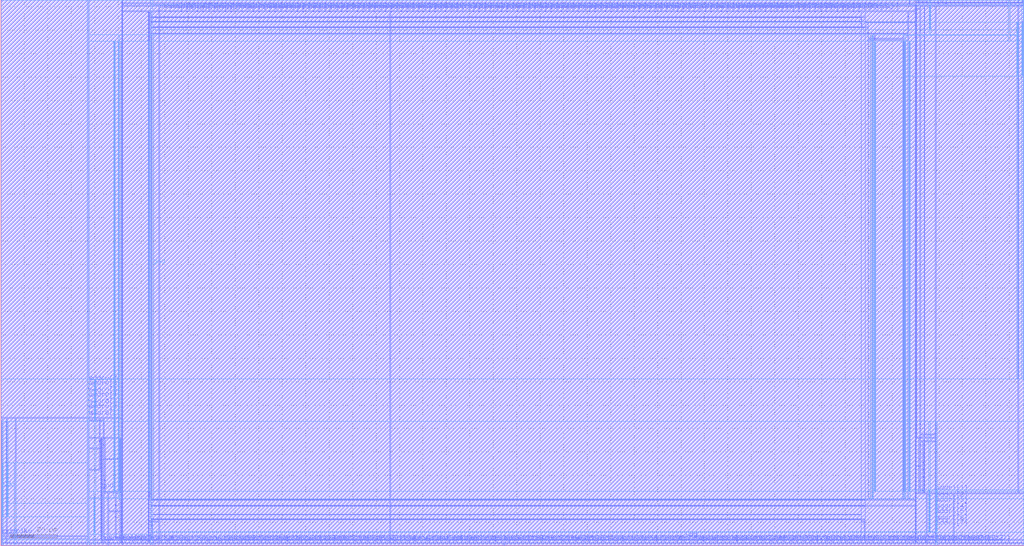
<source format=lef>
VERSION 5.4 ;
NAMESCASESENSITIVE ON ;
BUSBITCHARS "[]" ;
DIVIDERCHAR "/" ;
UNITS
  DATABASE MICRONS 2000 ;
END UNITS
MACRO freepdk45_sram_1w1r_256x128_64
   CLASS BLOCK ;
   SIZE 436.275 BY 232.98 ;
   SYMMETRY X Y R90 ;
   PIN din0[0]
      DIRECTION INPUT ;
      PORT
         LAYER metal3 ;
         RECT  51.795 1.105 51.93 1.24 ;
      END
   END din0[0]
   PIN din0[1]
      DIRECTION INPUT ;
      PORT
         LAYER metal3 ;
         RECT  54.655 1.105 54.79 1.24 ;
      END
   END din0[1]
   PIN din0[2]
      DIRECTION INPUT ;
      PORT
         LAYER metal3 ;
         RECT  57.515 1.105 57.65 1.24 ;
      END
   END din0[2]
   PIN din0[3]
      DIRECTION INPUT ;
      PORT
         LAYER metal3 ;
         RECT  60.375 1.105 60.51 1.24 ;
      END
   END din0[3]
   PIN din0[4]
      DIRECTION INPUT ;
      PORT
         LAYER metal3 ;
         RECT  63.235 1.105 63.37 1.24 ;
      END
   END din0[4]
   PIN din0[5]
      DIRECTION INPUT ;
      PORT
         LAYER metal3 ;
         RECT  66.095 1.105 66.23 1.24 ;
      END
   END din0[5]
   PIN din0[6]
      DIRECTION INPUT ;
      PORT
         LAYER metal3 ;
         RECT  68.955 1.105 69.09 1.24 ;
      END
   END din0[6]
   PIN din0[7]
      DIRECTION INPUT ;
      PORT
         LAYER metal3 ;
         RECT  71.815 1.105 71.95 1.24 ;
      END
   END din0[7]
   PIN din0[8]
      DIRECTION INPUT ;
      PORT
         LAYER metal3 ;
         RECT  74.675 1.105 74.81 1.24 ;
      END
   END din0[8]
   PIN din0[9]
      DIRECTION INPUT ;
      PORT
         LAYER metal3 ;
         RECT  77.535 1.105 77.67 1.24 ;
      END
   END din0[9]
   PIN din0[10]
      DIRECTION INPUT ;
      PORT
         LAYER metal3 ;
         RECT  80.395 1.105 80.53 1.24 ;
      END
   END din0[10]
   PIN din0[11]
      DIRECTION INPUT ;
      PORT
         LAYER metal3 ;
         RECT  83.255 1.105 83.39 1.24 ;
      END
   END din0[11]
   PIN din0[12]
      DIRECTION INPUT ;
      PORT
         LAYER metal3 ;
         RECT  86.115 1.105 86.25 1.24 ;
      END
   END din0[12]
   PIN din0[13]
      DIRECTION INPUT ;
      PORT
         LAYER metal3 ;
         RECT  88.975 1.105 89.11 1.24 ;
      END
   END din0[13]
   PIN din0[14]
      DIRECTION INPUT ;
      PORT
         LAYER metal3 ;
         RECT  91.835 1.105 91.97 1.24 ;
      END
   END din0[14]
   PIN din0[15]
      DIRECTION INPUT ;
      PORT
         LAYER metal3 ;
         RECT  94.695 1.105 94.83 1.24 ;
      END
   END din0[15]
   PIN din0[16]
      DIRECTION INPUT ;
      PORT
         LAYER metal3 ;
         RECT  97.555 1.105 97.69 1.24 ;
      END
   END din0[16]
   PIN din0[17]
      DIRECTION INPUT ;
      PORT
         LAYER metal3 ;
         RECT  100.415 1.105 100.55 1.24 ;
      END
   END din0[17]
   PIN din0[18]
      DIRECTION INPUT ;
      PORT
         LAYER metal3 ;
         RECT  103.275 1.105 103.41 1.24 ;
      END
   END din0[18]
   PIN din0[19]
      DIRECTION INPUT ;
      PORT
         LAYER metal3 ;
         RECT  106.135 1.105 106.27 1.24 ;
      END
   END din0[19]
   PIN din0[20]
      DIRECTION INPUT ;
      PORT
         LAYER metal3 ;
         RECT  108.995 1.105 109.13 1.24 ;
      END
   END din0[20]
   PIN din0[21]
      DIRECTION INPUT ;
      PORT
         LAYER metal3 ;
         RECT  111.855 1.105 111.99 1.24 ;
      END
   END din0[21]
   PIN din0[22]
      DIRECTION INPUT ;
      PORT
         LAYER metal3 ;
         RECT  114.715 1.105 114.85 1.24 ;
      END
   END din0[22]
   PIN din0[23]
      DIRECTION INPUT ;
      PORT
         LAYER metal3 ;
         RECT  117.575 1.105 117.71 1.24 ;
      END
   END din0[23]
   PIN din0[24]
      DIRECTION INPUT ;
      PORT
         LAYER metal3 ;
         RECT  120.435 1.105 120.57 1.24 ;
      END
   END din0[24]
   PIN din0[25]
      DIRECTION INPUT ;
      PORT
         LAYER metal3 ;
         RECT  123.295 1.105 123.43 1.24 ;
      END
   END din0[25]
   PIN din0[26]
      DIRECTION INPUT ;
      PORT
         LAYER metal3 ;
         RECT  126.155 1.105 126.29 1.24 ;
      END
   END din0[26]
   PIN din0[27]
      DIRECTION INPUT ;
      PORT
         LAYER metal3 ;
         RECT  129.015 1.105 129.15 1.24 ;
      END
   END din0[27]
   PIN din0[28]
      DIRECTION INPUT ;
      PORT
         LAYER metal3 ;
         RECT  131.875 1.105 132.01 1.24 ;
      END
   END din0[28]
   PIN din0[29]
      DIRECTION INPUT ;
      PORT
         LAYER metal3 ;
         RECT  134.735 1.105 134.87 1.24 ;
      END
   END din0[29]
   PIN din0[30]
      DIRECTION INPUT ;
      PORT
         LAYER metal3 ;
         RECT  137.595 1.105 137.73 1.24 ;
      END
   END din0[30]
   PIN din0[31]
      DIRECTION INPUT ;
      PORT
         LAYER metal3 ;
         RECT  140.455 1.105 140.59 1.24 ;
      END
   END din0[31]
   PIN din0[32]
      DIRECTION INPUT ;
      PORT
         LAYER metal3 ;
         RECT  143.315 1.105 143.45 1.24 ;
      END
   END din0[32]
   PIN din0[33]
      DIRECTION INPUT ;
      PORT
         LAYER metal3 ;
         RECT  146.175 1.105 146.31 1.24 ;
      END
   END din0[33]
   PIN din0[34]
      DIRECTION INPUT ;
      PORT
         LAYER metal3 ;
         RECT  149.035 1.105 149.17 1.24 ;
      END
   END din0[34]
   PIN din0[35]
      DIRECTION INPUT ;
      PORT
         LAYER metal3 ;
         RECT  151.895 1.105 152.03 1.24 ;
      END
   END din0[35]
   PIN din0[36]
      DIRECTION INPUT ;
      PORT
         LAYER metal3 ;
         RECT  154.755 1.105 154.89 1.24 ;
      END
   END din0[36]
   PIN din0[37]
      DIRECTION INPUT ;
      PORT
         LAYER metal3 ;
         RECT  157.615 1.105 157.75 1.24 ;
      END
   END din0[37]
   PIN din0[38]
      DIRECTION INPUT ;
      PORT
         LAYER metal3 ;
         RECT  160.475 1.105 160.61 1.24 ;
      END
   END din0[38]
   PIN din0[39]
      DIRECTION INPUT ;
      PORT
         LAYER metal3 ;
         RECT  163.335 1.105 163.47 1.24 ;
      END
   END din0[39]
   PIN din0[40]
      DIRECTION INPUT ;
      PORT
         LAYER metal3 ;
         RECT  166.195 1.105 166.33 1.24 ;
      END
   END din0[40]
   PIN din0[41]
      DIRECTION INPUT ;
      PORT
         LAYER metal3 ;
         RECT  169.055 1.105 169.19 1.24 ;
      END
   END din0[41]
   PIN din0[42]
      DIRECTION INPUT ;
      PORT
         LAYER metal3 ;
         RECT  171.915 1.105 172.05 1.24 ;
      END
   END din0[42]
   PIN din0[43]
      DIRECTION INPUT ;
      PORT
         LAYER metal3 ;
         RECT  174.775 1.105 174.91 1.24 ;
      END
   END din0[43]
   PIN din0[44]
      DIRECTION INPUT ;
      PORT
         LAYER metal3 ;
         RECT  177.635 1.105 177.77 1.24 ;
      END
   END din0[44]
   PIN din0[45]
      DIRECTION INPUT ;
      PORT
         LAYER metal3 ;
         RECT  180.495 1.105 180.63 1.24 ;
      END
   END din0[45]
   PIN din0[46]
      DIRECTION INPUT ;
      PORT
         LAYER metal3 ;
         RECT  183.355 1.105 183.49 1.24 ;
      END
   END din0[46]
   PIN din0[47]
      DIRECTION INPUT ;
      PORT
         LAYER metal3 ;
         RECT  186.215 1.105 186.35 1.24 ;
      END
   END din0[47]
   PIN din0[48]
      DIRECTION INPUT ;
      PORT
         LAYER metal3 ;
         RECT  189.075 1.105 189.21 1.24 ;
      END
   END din0[48]
   PIN din0[49]
      DIRECTION INPUT ;
      PORT
         LAYER metal3 ;
         RECT  191.935 1.105 192.07 1.24 ;
      END
   END din0[49]
   PIN din0[50]
      DIRECTION INPUT ;
      PORT
         LAYER metal3 ;
         RECT  194.795 1.105 194.93 1.24 ;
      END
   END din0[50]
   PIN din0[51]
      DIRECTION INPUT ;
      PORT
         LAYER metal3 ;
         RECT  197.655 1.105 197.79 1.24 ;
      END
   END din0[51]
   PIN din0[52]
      DIRECTION INPUT ;
      PORT
         LAYER metal3 ;
         RECT  200.515 1.105 200.65 1.24 ;
      END
   END din0[52]
   PIN din0[53]
      DIRECTION INPUT ;
      PORT
         LAYER metal3 ;
         RECT  203.375 1.105 203.51 1.24 ;
      END
   END din0[53]
   PIN din0[54]
      DIRECTION INPUT ;
      PORT
         LAYER metal3 ;
         RECT  206.235 1.105 206.37 1.24 ;
      END
   END din0[54]
   PIN din0[55]
      DIRECTION INPUT ;
      PORT
         LAYER metal3 ;
         RECT  209.095 1.105 209.23 1.24 ;
      END
   END din0[55]
   PIN din0[56]
      DIRECTION INPUT ;
      PORT
         LAYER metal3 ;
         RECT  211.955 1.105 212.09 1.24 ;
      END
   END din0[56]
   PIN din0[57]
      DIRECTION INPUT ;
      PORT
         LAYER metal3 ;
         RECT  214.815 1.105 214.95 1.24 ;
      END
   END din0[57]
   PIN din0[58]
      DIRECTION INPUT ;
      PORT
         LAYER metal3 ;
         RECT  217.675 1.105 217.81 1.24 ;
      END
   END din0[58]
   PIN din0[59]
      DIRECTION INPUT ;
      PORT
         LAYER metal3 ;
         RECT  220.535 1.105 220.67 1.24 ;
      END
   END din0[59]
   PIN din0[60]
      DIRECTION INPUT ;
      PORT
         LAYER metal3 ;
         RECT  223.395 1.105 223.53 1.24 ;
      END
   END din0[60]
   PIN din0[61]
      DIRECTION INPUT ;
      PORT
         LAYER metal3 ;
         RECT  226.255 1.105 226.39 1.24 ;
      END
   END din0[61]
   PIN din0[62]
      DIRECTION INPUT ;
      PORT
         LAYER metal3 ;
         RECT  229.115 1.105 229.25 1.24 ;
      END
   END din0[62]
   PIN din0[63]
      DIRECTION INPUT ;
      PORT
         LAYER metal3 ;
         RECT  231.975 1.105 232.11 1.24 ;
      END
   END din0[63]
   PIN din0[64]
      DIRECTION INPUT ;
      PORT
         LAYER metal3 ;
         RECT  234.835 1.105 234.97 1.24 ;
      END
   END din0[64]
   PIN din0[65]
      DIRECTION INPUT ;
      PORT
         LAYER metal3 ;
         RECT  237.695 1.105 237.83 1.24 ;
      END
   END din0[65]
   PIN din0[66]
      DIRECTION INPUT ;
      PORT
         LAYER metal3 ;
         RECT  240.555 1.105 240.69 1.24 ;
      END
   END din0[66]
   PIN din0[67]
      DIRECTION INPUT ;
      PORT
         LAYER metal3 ;
         RECT  243.415 1.105 243.55 1.24 ;
      END
   END din0[67]
   PIN din0[68]
      DIRECTION INPUT ;
      PORT
         LAYER metal3 ;
         RECT  246.275 1.105 246.41 1.24 ;
      END
   END din0[68]
   PIN din0[69]
      DIRECTION INPUT ;
      PORT
         LAYER metal3 ;
         RECT  249.135 1.105 249.27 1.24 ;
      END
   END din0[69]
   PIN din0[70]
      DIRECTION INPUT ;
      PORT
         LAYER metal3 ;
         RECT  251.995 1.105 252.13 1.24 ;
      END
   END din0[70]
   PIN din0[71]
      DIRECTION INPUT ;
      PORT
         LAYER metal3 ;
         RECT  254.855 1.105 254.99 1.24 ;
      END
   END din0[71]
   PIN din0[72]
      DIRECTION INPUT ;
      PORT
         LAYER metal3 ;
         RECT  257.715 1.105 257.85 1.24 ;
      END
   END din0[72]
   PIN din0[73]
      DIRECTION INPUT ;
      PORT
         LAYER metal3 ;
         RECT  260.575 1.105 260.71 1.24 ;
      END
   END din0[73]
   PIN din0[74]
      DIRECTION INPUT ;
      PORT
         LAYER metal3 ;
         RECT  263.435 1.105 263.57 1.24 ;
      END
   END din0[74]
   PIN din0[75]
      DIRECTION INPUT ;
      PORT
         LAYER metal3 ;
         RECT  266.295 1.105 266.43 1.24 ;
      END
   END din0[75]
   PIN din0[76]
      DIRECTION INPUT ;
      PORT
         LAYER metal3 ;
         RECT  269.155 1.105 269.29 1.24 ;
      END
   END din0[76]
   PIN din0[77]
      DIRECTION INPUT ;
      PORT
         LAYER metal3 ;
         RECT  272.015 1.105 272.15 1.24 ;
      END
   END din0[77]
   PIN din0[78]
      DIRECTION INPUT ;
      PORT
         LAYER metal3 ;
         RECT  274.875 1.105 275.01 1.24 ;
      END
   END din0[78]
   PIN din0[79]
      DIRECTION INPUT ;
      PORT
         LAYER metal3 ;
         RECT  277.735 1.105 277.87 1.24 ;
      END
   END din0[79]
   PIN din0[80]
      DIRECTION INPUT ;
      PORT
         LAYER metal3 ;
         RECT  280.595 1.105 280.73 1.24 ;
      END
   END din0[80]
   PIN din0[81]
      DIRECTION INPUT ;
      PORT
         LAYER metal3 ;
         RECT  283.455 1.105 283.59 1.24 ;
      END
   END din0[81]
   PIN din0[82]
      DIRECTION INPUT ;
      PORT
         LAYER metal3 ;
         RECT  286.315 1.105 286.45 1.24 ;
      END
   END din0[82]
   PIN din0[83]
      DIRECTION INPUT ;
      PORT
         LAYER metal3 ;
         RECT  289.175 1.105 289.31 1.24 ;
      END
   END din0[83]
   PIN din0[84]
      DIRECTION INPUT ;
      PORT
         LAYER metal3 ;
         RECT  292.035 1.105 292.17 1.24 ;
      END
   END din0[84]
   PIN din0[85]
      DIRECTION INPUT ;
      PORT
         LAYER metal3 ;
         RECT  294.895 1.105 295.03 1.24 ;
      END
   END din0[85]
   PIN din0[86]
      DIRECTION INPUT ;
      PORT
         LAYER metal3 ;
         RECT  297.755 1.105 297.89 1.24 ;
      END
   END din0[86]
   PIN din0[87]
      DIRECTION INPUT ;
      PORT
         LAYER metal3 ;
         RECT  300.615 1.105 300.75 1.24 ;
      END
   END din0[87]
   PIN din0[88]
      DIRECTION INPUT ;
      PORT
         LAYER metal3 ;
         RECT  303.475 1.105 303.61 1.24 ;
      END
   END din0[88]
   PIN din0[89]
      DIRECTION INPUT ;
      PORT
         LAYER metal3 ;
         RECT  306.335 1.105 306.47 1.24 ;
      END
   END din0[89]
   PIN din0[90]
      DIRECTION INPUT ;
      PORT
         LAYER metal3 ;
         RECT  309.195 1.105 309.33 1.24 ;
      END
   END din0[90]
   PIN din0[91]
      DIRECTION INPUT ;
      PORT
         LAYER metal3 ;
         RECT  312.055 1.105 312.19 1.24 ;
      END
   END din0[91]
   PIN din0[92]
      DIRECTION INPUT ;
      PORT
         LAYER metal3 ;
         RECT  314.915 1.105 315.05 1.24 ;
      END
   END din0[92]
   PIN din0[93]
      DIRECTION INPUT ;
      PORT
         LAYER metal3 ;
         RECT  317.775 1.105 317.91 1.24 ;
      END
   END din0[93]
   PIN din0[94]
      DIRECTION INPUT ;
      PORT
         LAYER metal3 ;
         RECT  320.635 1.105 320.77 1.24 ;
      END
   END din0[94]
   PIN din0[95]
      DIRECTION INPUT ;
      PORT
         LAYER metal3 ;
         RECT  323.495 1.105 323.63 1.24 ;
      END
   END din0[95]
   PIN din0[96]
      DIRECTION INPUT ;
      PORT
         LAYER metal3 ;
         RECT  326.355 1.105 326.49 1.24 ;
      END
   END din0[96]
   PIN din0[97]
      DIRECTION INPUT ;
      PORT
         LAYER metal3 ;
         RECT  329.215 1.105 329.35 1.24 ;
      END
   END din0[97]
   PIN din0[98]
      DIRECTION INPUT ;
      PORT
         LAYER metal3 ;
         RECT  332.075 1.105 332.21 1.24 ;
      END
   END din0[98]
   PIN din0[99]
      DIRECTION INPUT ;
      PORT
         LAYER metal3 ;
         RECT  334.935 1.105 335.07 1.24 ;
      END
   END din0[99]
   PIN din0[100]
      DIRECTION INPUT ;
      PORT
         LAYER metal3 ;
         RECT  337.795 1.105 337.93 1.24 ;
      END
   END din0[100]
   PIN din0[101]
      DIRECTION INPUT ;
      PORT
         LAYER metal3 ;
         RECT  340.655 1.105 340.79 1.24 ;
      END
   END din0[101]
   PIN din0[102]
      DIRECTION INPUT ;
      PORT
         LAYER metal3 ;
         RECT  343.515 1.105 343.65 1.24 ;
      END
   END din0[102]
   PIN din0[103]
      DIRECTION INPUT ;
      PORT
         LAYER metal3 ;
         RECT  346.375 1.105 346.51 1.24 ;
      END
   END din0[103]
   PIN din0[104]
      DIRECTION INPUT ;
      PORT
         LAYER metal3 ;
         RECT  349.235 1.105 349.37 1.24 ;
      END
   END din0[104]
   PIN din0[105]
      DIRECTION INPUT ;
      PORT
         LAYER metal3 ;
         RECT  352.095 1.105 352.23 1.24 ;
      END
   END din0[105]
   PIN din0[106]
      DIRECTION INPUT ;
      PORT
         LAYER metal3 ;
         RECT  354.955 1.105 355.09 1.24 ;
      END
   END din0[106]
   PIN din0[107]
      DIRECTION INPUT ;
      PORT
         LAYER metal3 ;
         RECT  357.815 1.105 357.95 1.24 ;
      END
   END din0[107]
   PIN din0[108]
      DIRECTION INPUT ;
      PORT
         LAYER metal3 ;
         RECT  360.675 1.105 360.81 1.24 ;
      END
   END din0[108]
   PIN din0[109]
      DIRECTION INPUT ;
      PORT
         LAYER metal3 ;
         RECT  363.535 1.105 363.67 1.24 ;
      END
   END din0[109]
   PIN din0[110]
      DIRECTION INPUT ;
      PORT
         LAYER metal3 ;
         RECT  366.395 1.105 366.53 1.24 ;
      END
   END din0[110]
   PIN din0[111]
      DIRECTION INPUT ;
      PORT
         LAYER metal3 ;
         RECT  369.255 1.105 369.39 1.24 ;
      END
   END din0[111]
   PIN din0[112]
      DIRECTION INPUT ;
      PORT
         LAYER metal3 ;
         RECT  372.115 1.105 372.25 1.24 ;
      END
   END din0[112]
   PIN din0[113]
      DIRECTION INPUT ;
      PORT
         LAYER metal3 ;
         RECT  374.975 1.105 375.11 1.24 ;
      END
   END din0[113]
   PIN din0[114]
      DIRECTION INPUT ;
      PORT
         LAYER metal3 ;
         RECT  377.835 1.105 377.97 1.24 ;
      END
   END din0[114]
   PIN din0[115]
      DIRECTION INPUT ;
      PORT
         LAYER metal3 ;
         RECT  380.695 1.105 380.83 1.24 ;
      END
   END din0[115]
   PIN din0[116]
      DIRECTION INPUT ;
      PORT
         LAYER metal3 ;
         RECT  383.555 1.105 383.69 1.24 ;
      END
   END din0[116]
   PIN din0[117]
      DIRECTION INPUT ;
      PORT
         LAYER metal3 ;
         RECT  386.415 1.105 386.55 1.24 ;
      END
   END din0[117]
   PIN din0[118]
      DIRECTION INPUT ;
      PORT
         LAYER metal3 ;
         RECT  389.275 1.105 389.41 1.24 ;
      END
   END din0[118]
   PIN din0[119]
      DIRECTION INPUT ;
      PORT
         LAYER metal3 ;
         RECT  392.135 1.105 392.27 1.24 ;
      END
   END din0[119]
   PIN din0[120]
      DIRECTION INPUT ;
      PORT
         LAYER metal3 ;
         RECT  394.995 1.105 395.13 1.24 ;
      END
   END din0[120]
   PIN din0[121]
      DIRECTION INPUT ;
      PORT
         LAYER metal3 ;
         RECT  397.855 1.105 397.99 1.24 ;
      END
   END din0[121]
   PIN din0[122]
      DIRECTION INPUT ;
      PORT
         LAYER metal3 ;
         RECT  400.715 1.105 400.85 1.24 ;
      END
   END din0[122]
   PIN din0[123]
      DIRECTION INPUT ;
      PORT
         LAYER metal3 ;
         RECT  403.575 1.105 403.71 1.24 ;
      END
   END din0[123]
   PIN din0[124]
      DIRECTION INPUT ;
      PORT
         LAYER metal3 ;
         RECT  406.435 1.105 406.57 1.24 ;
      END
   END din0[124]
   PIN din0[125]
      DIRECTION INPUT ;
      PORT
         LAYER metal3 ;
         RECT  409.295 1.105 409.43 1.24 ;
      END
   END din0[125]
   PIN din0[126]
      DIRECTION INPUT ;
      PORT
         LAYER metal3 ;
         RECT  412.155 1.105 412.29 1.24 ;
      END
   END din0[126]
   PIN din0[127]
      DIRECTION INPUT ;
      PORT
         LAYER metal3 ;
         RECT  415.015 1.105 415.15 1.24 ;
      END
   END din0[127]
   PIN addr0[0]
      DIRECTION INPUT ;
      PORT
         LAYER metal3 ;
         RECT  43.215 1.105 43.35 1.24 ;
      END
   END addr0[0]
   PIN addr0[1]
      DIRECTION INPUT ;
      PORT
         LAYER metal3 ;
         RECT  37.495 54.4675 37.63 54.6025 ;
      END
   END addr0[1]
   PIN addr0[2]
      DIRECTION INPUT ;
      PORT
         LAYER metal3 ;
         RECT  37.495 57.1975 37.63 57.3325 ;
      END
   END addr0[2]
   PIN addr0[3]
      DIRECTION INPUT ;
      PORT
         LAYER metal3 ;
         RECT  37.495 59.4075 37.63 59.5425 ;
      END
   END addr0[3]
   PIN addr0[4]
      DIRECTION INPUT ;
      PORT
         LAYER metal3 ;
         RECT  37.495 62.1375 37.63 62.2725 ;
      END
   END addr0[4]
   PIN addr0[5]
      DIRECTION INPUT ;
      PORT
         LAYER metal3 ;
         RECT  37.495 64.3475 37.63 64.4825 ;
      END
   END addr0[5]
   PIN addr0[6]
      DIRECTION INPUT ;
      PORT
         LAYER metal3 ;
         RECT  37.495 67.0775 37.63 67.2125 ;
      END
   END addr0[6]
   PIN addr0[7]
      DIRECTION INPUT ;
      PORT
         LAYER metal3 ;
         RECT  37.495 69.2875 37.63 69.4225 ;
      END
   END addr0[7]
   PIN addr1[0]
      DIRECTION INPUT ;
      PORT
         LAYER metal3 ;
         RECT  389.925 230.405 390.06 230.54 ;
      END
   END addr1[0]
   PIN addr1[1]
      DIRECTION INPUT ;
      PORT
         LAYER metal3 ;
         RECT  398.505 22.3575 398.64 22.4925 ;
      END
   END addr1[1]
   PIN addr1[2]
      DIRECTION INPUT ;
      PORT
         LAYER metal3 ;
         RECT  398.505 19.6275 398.64 19.7625 ;
      END
   END addr1[2]
   PIN addr1[3]
      DIRECTION INPUT ;
      PORT
         LAYER metal3 ;
         RECT  398.505 17.4175 398.64 17.5525 ;
      END
   END addr1[3]
   PIN addr1[4]
      DIRECTION INPUT ;
      PORT
         LAYER metal3 ;
         RECT  398.505 14.6875 398.64 14.8225 ;
      END
   END addr1[4]
   PIN addr1[5]
      DIRECTION INPUT ;
      PORT
         LAYER metal3 ;
         RECT  398.505 12.4775 398.64 12.6125 ;
      END
   END addr1[5]
   PIN addr1[6]
      DIRECTION INPUT ;
      PORT
         LAYER metal3 ;
         RECT  398.505 9.7475 398.64 9.8825 ;
      END
   END addr1[6]
   PIN addr1[7]
      DIRECTION INPUT ;
      PORT
         LAYER metal3 ;
         RECT  398.505 7.5375 398.64 7.6725 ;
      END
   END addr1[7]
   PIN csb0
      DIRECTION INPUT ;
      PORT
         LAYER metal3 ;
         RECT  0.285 3.8975 0.42 4.0325 ;
      END
   END csb0
   PIN csb1
      DIRECTION INPUT ;
      PORT
         LAYER metal3 ;
         RECT  435.855 231.7375 435.99 231.8725 ;
      END
   END csb1
   PIN clk0
      DIRECTION INPUT ;
      PORT
         LAYER metal3 ;
         RECT  6.2475 3.9825 6.3825 4.1175 ;
      END
   END clk0
   PIN clk1
      DIRECTION INPUT ;
      PORT
         LAYER metal3 ;
         RECT  429.7525 231.6525 429.8875 231.7875 ;
      END
   END clk1
   PIN wmask0[0]
      DIRECTION INPUT ;
      PORT
         LAYER metal3 ;
         RECT  46.075 1.105 46.21 1.24 ;
      END
   END wmask0[0]
   PIN wmask0[1]
      DIRECTION INPUT ;
      PORT
         LAYER metal3 ;
         RECT  48.935 1.105 49.07 1.24 ;
      END
   END wmask0[1]
   PIN dout1[0]
      DIRECTION OUTPUT ;
      PORT
         LAYER metal3 ;
         RECT  67.5375 227.9825 67.6725 228.1175 ;
      END
   END dout1[0]
   PIN dout1[1]
      DIRECTION OUTPUT ;
      PORT
         LAYER metal3 ;
         RECT  69.8875 227.9825 70.0225 228.1175 ;
      END
   END dout1[1]
   PIN dout1[2]
      DIRECTION OUTPUT ;
      PORT
         LAYER metal3 ;
         RECT  72.2375 227.9825 72.3725 228.1175 ;
      END
   END dout1[2]
   PIN dout1[3]
      DIRECTION OUTPUT ;
      PORT
         LAYER metal3 ;
         RECT  74.5875 227.9825 74.7225 228.1175 ;
      END
   END dout1[3]
   PIN dout1[4]
      DIRECTION OUTPUT ;
      PORT
         LAYER metal3 ;
         RECT  76.9375 227.9825 77.0725 228.1175 ;
      END
   END dout1[4]
   PIN dout1[5]
      DIRECTION OUTPUT ;
      PORT
         LAYER metal3 ;
         RECT  79.2875 227.9825 79.4225 228.1175 ;
      END
   END dout1[5]
   PIN dout1[6]
      DIRECTION OUTPUT ;
      PORT
         LAYER metal3 ;
         RECT  81.6375 227.9825 81.7725 228.1175 ;
      END
   END dout1[6]
   PIN dout1[7]
      DIRECTION OUTPUT ;
      PORT
         LAYER metal3 ;
         RECT  83.9875 227.9825 84.1225 228.1175 ;
      END
   END dout1[7]
   PIN dout1[8]
      DIRECTION OUTPUT ;
      PORT
         LAYER metal3 ;
         RECT  86.3375 227.9825 86.4725 228.1175 ;
      END
   END dout1[8]
   PIN dout1[9]
      DIRECTION OUTPUT ;
      PORT
         LAYER metal3 ;
         RECT  88.6875 227.9825 88.8225 228.1175 ;
      END
   END dout1[9]
   PIN dout1[10]
      DIRECTION OUTPUT ;
      PORT
         LAYER metal3 ;
         RECT  91.0375 227.9825 91.1725 228.1175 ;
      END
   END dout1[10]
   PIN dout1[11]
      DIRECTION OUTPUT ;
      PORT
         LAYER metal3 ;
         RECT  93.3875 227.9825 93.5225 228.1175 ;
      END
   END dout1[11]
   PIN dout1[12]
      DIRECTION OUTPUT ;
      PORT
         LAYER metal3 ;
         RECT  95.7375 227.9825 95.8725 228.1175 ;
      END
   END dout1[12]
   PIN dout1[13]
      DIRECTION OUTPUT ;
      PORT
         LAYER metal3 ;
         RECT  98.0875 227.9825 98.2225 228.1175 ;
      END
   END dout1[13]
   PIN dout1[14]
      DIRECTION OUTPUT ;
      PORT
         LAYER metal3 ;
         RECT  100.4375 227.9825 100.5725 228.1175 ;
      END
   END dout1[14]
   PIN dout1[15]
      DIRECTION OUTPUT ;
      PORT
         LAYER metal3 ;
         RECT  102.7875 227.9825 102.9225 228.1175 ;
      END
   END dout1[15]
   PIN dout1[16]
      DIRECTION OUTPUT ;
      PORT
         LAYER metal3 ;
         RECT  105.1375 227.9825 105.2725 228.1175 ;
      END
   END dout1[16]
   PIN dout1[17]
      DIRECTION OUTPUT ;
      PORT
         LAYER metal3 ;
         RECT  107.4875 227.9825 107.6225 228.1175 ;
      END
   END dout1[17]
   PIN dout1[18]
      DIRECTION OUTPUT ;
      PORT
         LAYER metal3 ;
         RECT  109.8375 227.9825 109.9725 228.1175 ;
      END
   END dout1[18]
   PIN dout1[19]
      DIRECTION OUTPUT ;
      PORT
         LAYER metal3 ;
         RECT  112.1875 227.9825 112.3225 228.1175 ;
      END
   END dout1[19]
   PIN dout1[20]
      DIRECTION OUTPUT ;
      PORT
         LAYER metal3 ;
         RECT  114.5375 227.9825 114.6725 228.1175 ;
      END
   END dout1[20]
   PIN dout1[21]
      DIRECTION OUTPUT ;
      PORT
         LAYER metal3 ;
         RECT  116.8875 227.9825 117.0225 228.1175 ;
      END
   END dout1[21]
   PIN dout1[22]
      DIRECTION OUTPUT ;
      PORT
         LAYER metal3 ;
         RECT  119.2375 227.9825 119.3725 228.1175 ;
      END
   END dout1[22]
   PIN dout1[23]
      DIRECTION OUTPUT ;
      PORT
         LAYER metal3 ;
         RECT  121.5875 227.9825 121.7225 228.1175 ;
      END
   END dout1[23]
   PIN dout1[24]
      DIRECTION OUTPUT ;
      PORT
         LAYER metal3 ;
         RECT  123.9375 227.9825 124.0725 228.1175 ;
      END
   END dout1[24]
   PIN dout1[25]
      DIRECTION OUTPUT ;
      PORT
         LAYER metal3 ;
         RECT  126.2875 227.9825 126.4225 228.1175 ;
      END
   END dout1[25]
   PIN dout1[26]
      DIRECTION OUTPUT ;
      PORT
         LAYER metal3 ;
         RECT  128.6375 227.9825 128.7725 228.1175 ;
      END
   END dout1[26]
   PIN dout1[27]
      DIRECTION OUTPUT ;
      PORT
         LAYER metal3 ;
         RECT  130.9875 227.9825 131.1225 228.1175 ;
      END
   END dout1[27]
   PIN dout1[28]
      DIRECTION OUTPUT ;
      PORT
         LAYER metal3 ;
         RECT  133.3375 227.9825 133.4725 228.1175 ;
      END
   END dout1[28]
   PIN dout1[29]
      DIRECTION OUTPUT ;
      PORT
         LAYER metal3 ;
         RECT  135.6875 227.9825 135.8225 228.1175 ;
      END
   END dout1[29]
   PIN dout1[30]
      DIRECTION OUTPUT ;
      PORT
         LAYER metal3 ;
         RECT  138.0375 227.9825 138.1725 228.1175 ;
      END
   END dout1[30]
   PIN dout1[31]
      DIRECTION OUTPUT ;
      PORT
         LAYER metal3 ;
         RECT  140.3875 227.9825 140.5225 228.1175 ;
      END
   END dout1[31]
   PIN dout1[32]
      DIRECTION OUTPUT ;
      PORT
         LAYER metal3 ;
         RECT  142.7375 227.9825 142.8725 228.1175 ;
      END
   END dout1[32]
   PIN dout1[33]
      DIRECTION OUTPUT ;
      PORT
         LAYER metal3 ;
         RECT  145.0875 227.9825 145.2225 228.1175 ;
      END
   END dout1[33]
   PIN dout1[34]
      DIRECTION OUTPUT ;
      PORT
         LAYER metal3 ;
         RECT  147.4375 227.9825 147.5725 228.1175 ;
      END
   END dout1[34]
   PIN dout1[35]
      DIRECTION OUTPUT ;
      PORT
         LAYER metal3 ;
         RECT  149.7875 227.9825 149.9225 228.1175 ;
      END
   END dout1[35]
   PIN dout1[36]
      DIRECTION OUTPUT ;
      PORT
         LAYER metal3 ;
         RECT  152.1375 227.9825 152.2725 228.1175 ;
      END
   END dout1[36]
   PIN dout1[37]
      DIRECTION OUTPUT ;
      PORT
         LAYER metal3 ;
         RECT  154.4875 227.9825 154.6225 228.1175 ;
      END
   END dout1[37]
   PIN dout1[38]
      DIRECTION OUTPUT ;
      PORT
         LAYER metal3 ;
         RECT  156.8375 227.9825 156.9725 228.1175 ;
      END
   END dout1[38]
   PIN dout1[39]
      DIRECTION OUTPUT ;
      PORT
         LAYER metal3 ;
         RECT  159.1875 227.9825 159.3225 228.1175 ;
      END
   END dout1[39]
   PIN dout1[40]
      DIRECTION OUTPUT ;
      PORT
         LAYER metal3 ;
         RECT  161.5375 227.9825 161.6725 228.1175 ;
      END
   END dout1[40]
   PIN dout1[41]
      DIRECTION OUTPUT ;
      PORT
         LAYER metal3 ;
         RECT  163.8875 227.9825 164.0225 228.1175 ;
      END
   END dout1[41]
   PIN dout1[42]
      DIRECTION OUTPUT ;
      PORT
         LAYER metal3 ;
         RECT  166.2375 227.9825 166.3725 228.1175 ;
      END
   END dout1[42]
   PIN dout1[43]
      DIRECTION OUTPUT ;
      PORT
         LAYER metal3 ;
         RECT  168.5875 227.9825 168.7225 228.1175 ;
      END
   END dout1[43]
   PIN dout1[44]
      DIRECTION OUTPUT ;
      PORT
         LAYER metal3 ;
         RECT  170.9375 227.9825 171.0725 228.1175 ;
      END
   END dout1[44]
   PIN dout1[45]
      DIRECTION OUTPUT ;
      PORT
         LAYER metal3 ;
         RECT  173.2875 227.9825 173.4225 228.1175 ;
      END
   END dout1[45]
   PIN dout1[46]
      DIRECTION OUTPUT ;
      PORT
         LAYER metal3 ;
         RECT  175.6375 227.9825 175.7725 228.1175 ;
      END
   END dout1[46]
   PIN dout1[47]
      DIRECTION OUTPUT ;
      PORT
         LAYER metal3 ;
         RECT  177.9875 227.9825 178.1225 228.1175 ;
      END
   END dout1[47]
   PIN dout1[48]
      DIRECTION OUTPUT ;
      PORT
         LAYER metal3 ;
         RECT  180.3375 227.9825 180.4725 228.1175 ;
      END
   END dout1[48]
   PIN dout1[49]
      DIRECTION OUTPUT ;
      PORT
         LAYER metal3 ;
         RECT  182.6875 227.9825 182.8225 228.1175 ;
      END
   END dout1[49]
   PIN dout1[50]
      DIRECTION OUTPUT ;
      PORT
         LAYER metal3 ;
         RECT  185.0375 227.9825 185.1725 228.1175 ;
      END
   END dout1[50]
   PIN dout1[51]
      DIRECTION OUTPUT ;
      PORT
         LAYER metal3 ;
         RECT  187.3875 227.9825 187.5225 228.1175 ;
      END
   END dout1[51]
   PIN dout1[52]
      DIRECTION OUTPUT ;
      PORT
         LAYER metal3 ;
         RECT  189.7375 227.9825 189.8725 228.1175 ;
      END
   END dout1[52]
   PIN dout1[53]
      DIRECTION OUTPUT ;
      PORT
         LAYER metal3 ;
         RECT  192.0875 227.9825 192.2225 228.1175 ;
      END
   END dout1[53]
   PIN dout1[54]
      DIRECTION OUTPUT ;
      PORT
         LAYER metal3 ;
         RECT  194.4375 227.9825 194.5725 228.1175 ;
      END
   END dout1[54]
   PIN dout1[55]
      DIRECTION OUTPUT ;
      PORT
         LAYER metal3 ;
         RECT  196.7875 227.9825 196.9225 228.1175 ;
      END
   END dout1[55]
   PIN dout1[56]
      DIRECTION OUTPUT ;
      PORT
         LAYER metal3 ;
         RECT  199.1375 227.9825 199.2725 228.1175 ;
      END
   END dout1[56]
   PIN dout1[57]
      DIRECTION OUTPUT ;
      PORT
         LAYER metal3 ;
         RECT  201.4875 227.9825 201.6225 228.1175 ;
      END
   END dout1[57]
   PIN dout1[58]
      DIRECTION OUTPUT ;
      PORT
         LAYER metal3 ;
         RECT  203.8375 227.9825 203.9725 228.1175 ;
      END
   END dout1[58]
   PIN dout1[59]
      DIRECTION OUTPUT ;
      PORT
         LAYER metal3 ;
         RECT  206.1875 227.9825 206.3225 228.1175 ;
      END
   END dout1[59]
   PIN dout1[60]
      DIRECTION OUTPUT ;
      PORT
         LAYER metal3 ;
         RECT  208.5375 227.9825 208.6725 228.1175 ;
      END
   END dout1[60]
   PIN dout1[61]
      DIRECTION OUTPUT ;
      PORT
         LAYER metal3 ;
         RECT  210.8875 227.9825 211.0225 228.1175 ;
      END
   END dout1[61]
   PIN dout1[62]
      DIRECTION OUTPUT ;
      PORT
         LAYER metal3 ;
         RECT  213.2375 227.9825 213.3725 228.1175 ;
      END
   END dout1[62]
   PIN dout1[63]
      DIRECTION OUTPUT ;
      PORT
         LAYER metal3 ;
         RECT  215.5875 227.9825 215.7225 228.1175 ;
      END
   END dout1[63]
   PIN dout1[64]
      DIRECTION OUTPUT ;
      PORT
         LAYER metal3 ;
         RECT  217.9375 227.9825 218.0725 228.1175 ;
      END
   END dout1[64]
   PIN dout1[65]
      DIRECTION OUTPUT ;
      PORT
         LAYER metal3 ;
         RECT  220.2875 227.9825 220.4225 228.1175 ;
      END
   END dout1[65]
   PIN dout1[66]
      DIRECTION OUTPUT ;
      PORT
         LAYER metal3 ;
         RECT  222.6375 227.9825 222.7725 228.1175 ;
      END
   END dout1[66]
   PIN dout1[67]
      DIRECTION OUTPUT ;
      PORT
         LAYER metal3 ;
         RECT  224.9875 227.9825 225.1225 228.1175 ;
      END
   END dout1[67]
   PIN dout1[68]
      DIRECTION OUTPUT ;
      PORT
         LAYER metal3 ;
         RECT  227.3375 227.9825 227.4725 228.1175 ;
      END
   END dout1[68]
   PIN dout1[69]
      DIRECTION OUTPUT ;
      PORT
         LAYER metal3 ;
         RECT  229.6875 227.9825 229.8225 228.1175 ;
      END
   END dout1[69]
   PIN dout1[70]
      DIRECTION OUTPUT ;
      PORT
         LAYER metal3 ;
         RECT  232.0375 227.9825 232.1725 228.1175 ;
      END
   END dout1[70]
   PIN dout1[71]
      DIRECTION OUTPUT ;
      PORT
         LAYER metal3 ;
         RECT  234.3875 227.9825 234.5225 228.1175 ;
      END
   END dout1[71]
   PIN dout1[72]
      DIRECTION OUTPUT ;
      PORT
         LAYER metal3 ;
         RECT  236.7375 227.9825 236.8725 228.1175 ;
      END
   END dout1[72]
   PIN dout1[73]
      DIRECTION OUTPUT ;
      PORT
         LAYER metal3 ;
         RECT  239.0875 227.9825 239.2225 228.1175 ;
      END
   END dout1[73]
   PIN dout1[74]
      DIRECTION OUTPUT ;
      PORT
         LAYER metal3 ;
         RECT  241.4375 227.9825 241.5725 228.1175 ;
      END
   END dout1[74]
   PIN dout1[75]
      DIRECTION OUTPUT ;
      PORT
         LAYER metal3 ;
         RECT  243.7875 227.9825 243.9225 228.1175 ;
      END
   END dout1[75]
   PIN dout1[76]
      DIRECTION OUTPUT ;
      PORT
         LAYER metal3 ;
         RECT  246.1375 227.9825 246.2725 228.1175 ;
      END
   END dout1[76]
   PIN dout1[77]
      DIRECTION OUTPUT ;
      PORT
         LAYER metal3 ;
         RECT  248.4875 227.9825 248.6225 228.1175 ;
      END
   END dout1[77]
   PIN dout1[78]
      DIRECTION OUTPUT ;
      PORT
         LAYER metal3 ;
         RECT  250.8375 227.9825 250.9725 228.1175 ;
      END
   END dout1[78]
   PIN dout1[79]
      DIRECTION OUTPUT ;
      PORT
         LAYER metal3 ;
         RECT  253.1875 227.9825 253.3225 228.1175 ;
      END
   END dout1[79]
   PIN dout1[80]
      DIRECTION OUTPUT ;
      PORT
         LAYER metal3 ;
         RECT  255.5375 227.9825 255.6725 228.1175 ;
      END
   END dout1[80]
   PIN dout1[81]
      DIRECTION OUTPUT ;
      PORT
         LAYER metal3 ;
         RECT  257.8875 227.9825 258.0225 228.1175 ;
      END
   END dout1[81]
   PIN dout1[82]
      DIRECTION OUTPUT ;
      PORT
         LAYER metal3 ;
         RECT  260.2375 227.9825 260.3725 228.1175 ;
      END
   END dout1[82]
   PIN dout1[83]
      DIRECTION OUTPUT ;
      PORT
         LAYER metal3 ;
         RECT  262.5875 227.9825 262.7225 228.1175 ;
      END
   END dout1[83]
   PIN dout1[84]
      DIRECTION OUTPUT ;
      PORT
         LAYER metal3 ;
         RECT  264.9375 227.9825 265.0725 228.1175 ;
      END
   END dout1[84]
   PIN dout1[85]
      DIRECTION OUTPUT ;
      PORT
         LAYER metal3 ;
         RECT  267.2875 227.9825 267.4225 228.1175 ;
      END
   END dout1[85]
   PIN dout1[86]
      DIRECTION OUTPUT ;
      PORT
         LAYER metal3 ;
         RECT  269.6375 227.9825 269.7725 228.1175 ;
      END
   END dout1[86]
   PIN dout1[87]
      DIRECTION OUTPUT ;
      PORT
         LAYER metal3 ;
         RECT  271.9875 227.9825 272.1225 228.1175 ;
      END
   END dout1[87]
   PIN dout1[88]
      DIRECTION OUTPUT ;
      PORT
         LAYER metal3 ;
         RECT  274.3375 227.9825 274.4725 228.1175 ;
      END
   END dout1[88]
   PIN dout1[89]
      DIRECTION OUTPUT ;
      PORT
         LAYER metal3 ;
         RECT  276.6875 227.9825 276.8225 228.1175 ;
      END
   END dout1[89]
   PIN dout1[90]
      DIRECTION OUTPUT ;
      PORT
         LAYER metal3 ;
         RECT  279.0375 227.9825 279.1725 228.1175 ;
      END
   END dout1[90]
   PIN dout1[91]
      DIRECTION OUTPUT ;
      PORT
         LAYER metal3 ;
         RECT  281.3875 227.9825 281.5225 228.1175 ;
      END
   END dout1[91]
   PIN dout1[92]
      DIRECTION OUTPUT ;
      PORT
         LAYER metal3 ;
         RECT  283.7375 227.9825 283.8725 228.1175 ;
      END
   END dout1[92]
   PIN dout1[93]
      DIRECTION OUTPUT ;
      PORT
         LAYER metal3 ;
         RECT  286.0875 227.9825 286.2225 228.1175 ;
      END
   END dout1[93]
   PIN dout1[94]
      DIRECTION OUTPUT ;
      PORT
         LAYER metal3 ;
         RECT  288.4375 227.9825 288.5725 228.1175 ;
      END
   END dout1[94]
   PIN dout1[95]
      DIRECTION OUTPUT ;
      PORT
         LAYER metal3 ;
         RECT  290.7875 227.9825 290.9225 228.1175 ;
      END
   END dout1[95]
   PIN dout1[96]
      DIRECTION OUTPUT ;
      PORT
         LAYER metal3 ;
         RECT  293.1375 227.9825 293.2725 228.1175 ;
      END
   END dout1[96]
   PIN dout1[97]
      DIRECTION OUTPUT ;
      PORT
         LAYER metal3 ;
         RECT  295.4875 227.9825 295.6225 228.1175 ;
      END
   END dout1[97]
   PIN dout1[98]
      DIRECTION OUTPUT ;
      PORT
         LAYER metal3 ;
         RECT  297.8375 227.9825 297.9725 228.1175 ;
      END
   END dout1[98]
   PIN dout1[99]
      DIRECTION OUTPUT ;
      PORT
         LAYER metal3 ;
         RECT  300.1875 227.9825 300.3225 228.1175 ;
      END
   END dout1[99]
   PIN dout1[100]
      DIRECTION OUTPUT ;
      PORT
         LAYER metal3 ;
         RECT  302.5375 227.9825 302.6725 228.1175 ;
      END
   END dout1[100]
   PIN dout1[101]
      DIRECTION OUTPUT ;
      PORT
         LAYER metal3 ;
         RECT  304.8875 227.9825 305.0225 228.1175 ;
      END
   END dout1[101]
   PIN dout1[102]
      DIRECTION OUTPUT ;
      PORT
         LAYER metal3 ;
         RECT  307.2375 227.9825 307.3725 228.1175 ;
      END
   END dout1[102]
   PIN dout1[103]
      DIRECTION OUTPUT ;
      PORT
         LAYER metal3 ;
         RECT  309.5875 227.9825 309.7225 228.1175 ;
      END
   END dout1[103]
   PIN dout1[104]
      DIRECTION OUTPUT ;
      PORT
         LAYER metal3 ;
         RECT  311.9375 227.9825 312.0725 228.1175 ;
      END
   END dout1[104]
   PIN dout1[105]
      DIRECTION OUTPUT ;
      PORT
         LAYER metal3 ;
         RECT  314.2875 227.9825 314.4225 228.1175 ;
      END
   END dout1[105]
   PIN dout1[106]
      DIRECTION OUTPUT ;
      PORT
         LAYER metal3 ;
         RECT  316.6375 227.9825 316.7725 228.1175 ;
      END
   END dout1[106]
   PIN dout1[107]
      DIRECTION OUTPUT ;
      PORT
         LAYER metal3 ;
         RECT  318.9875 227.9825 319.1225 228.1175 ;
      END
   END dout1[107]
   PIN dout1[108]
      DIRECTION OUTPUT ;
      PORT
         LAYER metal3 ;
         RECT  321.3375 227.9825 321.4725 228.1175 ;
      END
   END dout1[108]
   PIN dout1[109]
      DIRECTION OUTPUT ;
      PORT
         LAYER metal3 ;
         RECT  323.6875 227.9825 323.8225 228.1175 ;
      END
   END dout1[109]
   PIN dout1[110]
      DIRECTION OUTPUT ;
      PORT
         LAYER metal3 ;
         RECT  326.0375 227.9825 326.1725 228.1175 ;
      END
   END dout1[110]
   PIN dout1[111]
      DIRECTION OUTPUT ;
      PORT
         LAYER metal3 ;
         RECT  328.3875 227.9825 328.5225 228.1175 ;
      END
   END dout1[111]
   PIN dout1[112]
      DIRECTION OUTPUT ;
      PORT
         LAYER metal3 ;
         RECT  330.7375 227.9825 330.8725 228.1175 ;
      END
   END dout1[112]
   PIN dout1[113]
      DIRECTION OUTPUT ;
      PORT
         LAYER metal3 ;
         RECT  333.0875 227.9825 333.2225 228.1175 ;
      END
   END dout1[113]
   PIN dout1[114]
      DIRECTION OUTPUT ;
      PORT
         LAYER metal3 ;
         RECT  335.4375 227.9825 335.5725 228.1175 ;
      END
   END dout1[114]
   PIN dout1[115]
      DIRECTION OUTPUT ;
      PORT
         LAYER metal3 ;
         RECT  337.7875 227.9825 337.9225 228.1175 ;
      END
   END dout1[115]
   PIN dout1[116]
      DIRECTION OUTPUT ;
      PORT
         LAYER metal3 ;
         RECT  340.1375 227.9825 340.2725 228.1175 ;
      END
   END dout1[116]
   PIN dout1[117]
      DIRECTION OUTPUT ;
      PORT
         LAYER metal3 ;
         RECT  342.4875 227.9825 342.6225 228.1175 ;
      END
   END dout1[117]
   PIN dout1[118]
      DIRECTION OUTPUT ;
      PORT
         LAYER metal3 ;
         RECT  344.8375 227.9825 344.9725 228.1175 ;
      END
   END dout1[118]
   PIN dout1[119]
      DIRECTION OUTPUT ;
      PORT
         LAYER metal3 ;
         RECT  347.1875 227.9825 347.3225 228.1175 ;
      END
   END dout1[119]
   PIN dout1[120]
      DIRECTION OUTPUT ;
      PORT
         LAYER metal3 ;
         RECT  349.5375 227.9825 349.6725 228.1175 ;
      END
   END dout1[120]
   PIN dout1[121]
      DIRECTION OUTPUT ;
      PORT
         LAYER metal3 ;
         RECT  351.8875 227.9825 352.0225 228.1175 ;
      END
   END dout1[121]
   PIN dout1[122]
      DIRECTION OUTPUT ;
      PORT
         LAYER metal3 ;
         RECT  354.2375 227.9825 354.3725 228.1175 ;
      END
   END dout1[122]
   PIN dout1[123]
      DIRECTION OUTPUT ;
      PORT
         LAYER metal3 ;
         RECT  356.5875 227.9825 356.7225 228.1175 ;
      END
   END dout1[123]
   PIN dout1[124]
      DIRECTION OUTPUT ;
      PORT
         LAYER metal3 ;
         RECT  358.9375 227.9825 359.0725 228.1175 ;
      END
   END dout1[124]
   PIN dout1[125]
      DIRECTION OUTPUT ;
      PORT
         LAYER metal3 ;
         RECT  361.2875 227.9825 361.4225 228.1175 ;
      END
   END dout1[125]
   PIN dout1[126]
      DIRECTION OUTPUT ;
      PORT
         LAYER metal3 ;
         RECT  363.6375 227.9825 363.7725 228.1175 ;
      END
   END dout1[126]
   PIN dout1[127]
      DIRECTION OUTPUT ;
      PORT
         LAYER metal3 ;
         RECT  365.9875 227.9825 366.1225 228.1175 ;
      END
   END dout1[127]
   PIN vdd
      DIRECTION INOUT ;
      USE POWER ; 
      SHAPE ABUTMENT ; 
      PORT
         LAYER metal3 ;
         RECT  165.9125 2.47 166.0475 2.605 ;
         LAYER metal4 ;
         RECT  37.21 53.36 37.35 70.855 ;
         LAYER metal3 ;
         RECT  43.8725 45.8875 44.0075 46.0225 ;
         LAYER metal3 ;
         RECT  62.9525 2.47 63.0875 2.605 ;
         LAYER metal3 ;
         RECT  234.5525 2.47 234.6875 2.605 ;
         LAYER metal3 ;
         RECT  326.0725 2.47 326.2075 2.605 ;
         LAYER metal4 ;
         RECT  64.285 20.29 64.425 217.88 ;
         LAYER metal3 ;
         RECT  143.0325 2.47 143.1675 2.605 ;
         LAYER metal3 ;
         RECT  280.3125 2.47 280.4475 2.605 ;
         LAYER metal3 ;
         RECT  50.95 22.755 51.085 22.89 ;
         LAYER metal3 ;
         RECT  43.8725 51.8675 44.0075 52.0025 ;
         LAYER metal3 ;
         RECT  108.7125 2.47 108.8475 2.605 ;
         LAYER metal3 ;
         RECT  177.3525 2.47 177.4875 2.605 ;
         LAYER metal3 ;
         RECT  64.3525 19.595 368.4375 19.665 ;
         LAYER metal3 ;
         RECT  64.3525 225.4275 366.7925 225.4975 ;
         LAYER metal3 ;
         RECT  406.1525 2.47 406.2875 2.605 ;
         LAYER metal3 ;
         RECT  42.9325 2.47 43.0675 2.605 ;
         LAYER metal3 ;
         RECT  85.8325 2.47 85.9675 2.605 ;
         LAYER metal3 ;
         RECT  200.2325 2.47 200.3675 2.605 ;
         LAYER metal3 ;
         RECT  257.4325 2.47 257.5675 2.605 ;
         LAYER metal3 ;
         RECT  64.3525 11.205 366.7925 11.275 ;
         LAYER metal3 ;
         RECT  2.425 5.2625 2.56 5.3975 ;
         LAYER metal3 ;
         RECT  391.9325 45.8875 392.0675 46.0225 ;
         LAYER metal4 ;
         RECT  385.47 23.46 385.61 215.03 ;
         LAYER metal3 ;
         RECT  44.2175 36.9175 44.3525 37.0525 ;
         LAYER metal3 ;
         RECT  390.2075 229.04 390.3425 229.175 ;
         LAYER metal3 ;
         RECT  223.1125 2.47 223.2475 2.605 ;
         LAYER metal4 ;
         RECT  372.595 23.46 372.735 214.96 ;
         LAYER metal3 ;
         RECT  268.8725 2.47 269.0075 2.605 ;
         LAYER metal3 ;
         RECT  45.7925 2.47 45.9275 2.605 ;
         LAYER metal3 ;
         RECT  383.2725 2.47 383.4075 2.605 ;
         LAYER metal4 ;
         RECT  50.33 23.46 50.47 215.03 ;
         LAYER metal3 ;
         RECT  303.1925 2.47 303.3275 2.605 ;
         LAYER metal3 ;
         RECT  211.6725 2.47 211.8075 2.605 ;
         LAYER metal3 ;
         RECT  44.2175 24.9575 44.3525 25.0925 ;
         LAYER metal3 ;
         RECT  386.765 223.4075 386.9 223.5425 ;
         LAYER metal3 ;
         RECT  314.6325 2.47 314.7675 2.605 ;
         LAYER metal3 ;
         RECT  64.3525 218.575 369.6125 218.645 ;
         LAYER metal3 ;
         RECT  391.9325 42.8975 392.0675 43.0325 ;
         LAYER metal3 ;
         RECT  348.9525 2.47 349.0875 2.605 ;
         LAYER metal4 ;
         RECT  63.205 23.46 63.345 214.96 ;
         LAYER metal3 ;
         RECT  360.3925 2.47 360.5275 2.605 ;
         LAYER metal3 ;
         RECT  97.2725 2.47 97.4075 2.605 ;
         LAYER metal3 ;
         RECT  51.5125 2.47 51.6475 2.605 ;
         LAYER metal3 ;
         RECT  433.715 230.3725 433.85 230.5075 ;
         LAYER metal4 ;
         RECT  435.4475 200.73 435.5875 223.1325 ;
         LAYER metal3 ;
         RECT  391.9325 51.8675 392.0675 52.0025 ;
         LAYER metal3 ;
         RECT  43.8725 48.8775 44.0075 49.0125 ;
         LAYER metal4 ;
         RECT  39.93 5.26 40.07 20.22 ;
         LAYER metal3 ;
         RECT  384.855 215.53 384.99 215.665 ;
         LAYER metal3 ;
         RECT  120.1525 2.47 120.2875 2.605 ;
         LAYER metal4 ;
         RECT  398.785 6.105 398.925 23.6 ;
         LAYER metal4 ;
         RECT  371.515 20.29 371.655 217.88 ;
         LAYER metal3 ;
         RECT  64.2175 10.2375 64.3525 10.3725 ;
         LAYER metal3 ;
         RECT  337.5125 2.47 337.6475 2.605 ;
         LAYER metal3 ;
         RECT  43.8725 42.8975 44.0075 43.0325 ;
         LAYER metal3 ;
         RECT  49.04 14.6975 49.175 14.8325 ;
         LAYER metal3 ;
         RECT  188.7925 2.47 188.9275 2.605 ;
         LAYER metal3 ;
         RECT  74.3925 2.47 74.5275 2.605 ;
         LAYER metal3 ;
         RECT  372.5975 216.3175 372.7325 216.4525 ;
         LAYER metal3 ;
         RECT  63.2075 21.9675 63.3425 22.1025 ;
         LAYER metal3 ;
         RECT  44.2175 33.9275 44.3525 34.0625 ;
         LAYER metal3 ;
         RECT  391.5875 33.9275 391.7225 34.0625 ;
         LAYER metal3 ;
         RECT  245.9925 2.47 246.1275 2.605 ;
         LAYER metal3 ;
         RECT  154.4725 2.47 154.6075 2.605 ;
         LAYER metal3 ;
         RECT  391.5875 27.9475 391.7225 28.0825 ;
         LAYER metal3 ;
         RECT  371.8325 2.47 371.9675 2.605 ;
         LAYER metal3 ;
         RECT  44.2175 27.9475 44.3525 28.0825 ;
         LAYER metal3 ;
         RECT  391.9325 48.8775 392.0675 49.0125 ;
         LAYER metal3 ;
         RECT  391.5875 24.9575 391.7225 25.0925 ;
         LAYER metal3 ;
         RECT  368.3025 10.2375 368.4375 10.3725 ;
         LAYER metal3 ;
         RECT  394.7125 2.47 394.8475 2.605 ;
         LAYER metal4 ;
         RECT  396.065 220.49 396.205 230.51 ;
         LAYER metal4 ;
         RECT  0.6875 12.6375 0.8275 35.04 ;
         LAYER metal3 ;
         RECT  131.5925 2.47 131.7275 2.605 ;
         LAYER metal3 ;
         RECT  391.5875 36.9175 391.7225 37.0525 ;
         LAYER metal3 ;
         RECT  291.7525 2.47 291.8875 2.605 ;
      END
   END vdd
   PIN gnd
      DIRECTION INOUT ;
      USE GROUND ; 
      SHAPE ABUTMENT ; 
      PORT
         LAYER metal3 ;
         RECT  214.5325 0.0 214.6675 0.135 ;
         LAYER metal3 ;
         RECT  64.3525 221.195 368.47 221.265 ;
         LAYER metal3 ;
         RECT  260.2925 0.0 260.4275 0.135 ;
         LAYER metal3 ;
         RECT  393.74 47.3825 393.875 47.5175 ;
         LAYER metal4 ;
         RECT  433.385 200.6975 433.525 223.1 ;
         LAYER metal3 ;
         RECT  393.74 44.3925 393.875 44.5275 ;
         LAYER metal3 ;
         RECT  42.69 32.4325 42.825 32.5675 ;
         LAYER metal3 ;
         RECT  317.4925 0.0 317.6275 0.135 ;
         LAYER metal3 ;
         RECT  328.9325 0.0 329.0675 0.135 ;
         LAYER metal3 ;
         RECT  42.69 38.4125 42.825 38.5475 ;
         LAYER metal3 ;
         RECT  368.3025 8.4175 368.4375 8.5525 ;
         LAYER metal4 ;
         RECT  2.75 12.67 2.89 35.0725 ;
         LAYER metal3 ;
         RECT  54.3725 0.0 54.5075 0.135 ;
         LAYER metal3 ;
         RECT  393.74 53.3625 393.875 53.4975 ;
         LAYER metal3 ;
         RECT  77.2525 0.0 77.3875 0.135 ;
         LAYER metal3 ;
         RECT  374.6925 0.0 374.8275 0.135 ;
         LAYER metal3 ;
         RECT  393.115 23.4625 393.25 23.5975 ;
         LAYER metal3 ;
         RECT  393.115 29.4425 393.25 29.5775 ;
         LAYER metal3 ;
         RECT  2.425 2.7925 2.56 2.9275 ;
         LAYER metal3 ;
         RECT  45.7925 0.0 45.9275 0.135 ;
         LAYER metal3 ;
         RECT  64.2175 8.4175 64.3525 8.5525 ;
         LAYER metal4 ;
         RECT  429.89 218.02 430.03 232.98 ;
         LAYER metal3 ;
         RECT  157.3325 0.0 157.4675 0.135 ;
         LAYER metal3 ;
         RECT  203.0925 0.0 203.2275 0.135 ;
         LAYER metal3 ;
         RECT  363.2525 0.0 363.3875 0.135 ;
         LAYER metal3 ;
         RECT  386.765 225.8775 386.9 226.0125 ;
         LAYER metal3 ;
         RECT  65.8125 0.0 65.9475 0.135 ;
         LAYER metal4 ;
         RECT  50.89 23.4275 51.03 214.9925 ;
         LAYER metal3 ;
         RECT  42.065 53.3625 42.2 53.4975 ;
         LAYER metal3 ;
         RECT  145.8925 0.0 146.0275 0.135 ;
         LAYER metal3 ;
         RECT  433.715 232.8425 433.85 232.9775 ;
         LAYER metal3 ;
         RECT  49.04 17.1675 49.175 17.3025 ;
         LAYER metal3 ;
         RECT  42.065 41.4025 42.2 41.5375 ;
         LAYER metal3 ;
         RECT  283.1725 0.0 283.3075 0.135 ;
         LAYER metal3 ;
         RECT  100.1325 0.0 100.2675 0.135 ;
         LAYER metal3 ;
         RECT  306.0525 0.0 306.1875 0.135 ;
         LAYER metal3 ;
         RECT  393.115 35.4225 393.25 35.5575 ;
         LAYER metal3 ;
         RECT  42.69 29.4425 42.825 29.5775 ;
         LAYER metal4 ;
         RECT  395.925 6.17 396.065 23.665 ;
         LAYER metal3 ;
         RECT  88.6925 0.0 88.8275 0.135 ;
         LAYER metal3 ;
         RECT  64.3525 13.255 366.7925 13.325 ;
         LAYER metal3 ;
         RECT  49.04 12.2275 49.175 12.3625 ;
         LAYER metal3 ;
         RECT  248.8525 0.0 248.9875 0.135 ;
         LAYER metal3 ;
         RECT  168.7725 0.0 168.9075 0.135 ;
         LAYER metal3 ;
         RECT  409.0125 0.0 409.1475 0.135 ;
         LAYER metal3 ;
         RECT  134.4525 0.0 134.5875 0.135 ;
         LAYER metal3 ;
         RECT  42.69 35.4225 42.825 35.5575 ;
         LAYER metal3 ;
         RECT  271.7325 0.0 271.8675 0.135 ;
         LAYER metal3 ;
         RECT  123.0125 0.0 123.1475 0.135 ;
         LAYER metal3 ;
         RECT  225.9725 0.0 226.1075 0.135 ;
         LAYER metal3 ;
         RECT  180.2125 0.0 180.3475 0.135 ;
         LAYER metal3 ;
         RECT  294.6125 0.0 294.7475 0.135 ;
         LAYER metal4 ;
         RECT  387.405 23.4275 387.545 215.03 ;
         LAYER metal3 ;
         RECT  237.4125 0.0 237.5475 0.135 ;
         LAYER metal3 ;
         RECT  393.74 50.3725 393.875 50.5075 ;
         LAYER metal3 ;
         RECT  386.765 220.9375 386.9 221.0725 ;
         LAYER metal3 ;
         RECT  64.3525 16.975 368.47 17.045 ;
         LAYER metal4 ;
         RECT  371.055 20.29 371.195 217.88 ;
         LAYER metal4 ;
         RECT  6.105 2.79 6.245 17.75 ;
         LAYER metal3 ;
         RECT  111.5725 0.0 111.7075 0.135 ;
         LAYER metal3 ;
         RECT  42.065 50.3725 42.2 50.5075 ;
         LAYER metal3 ;
         RECT  386.1325 0.0 386.2675 0.135 ;
         LAYER metal3 ;
         RECT  393.115 38.4125 393.25 38.5475 ;
         LAYER metal4 ;
         RECT  384.91 23.4275 385.05 214.9925 ;
         LAYER metal3 ;
         RECT  351.8125 0.0 351.9475 0.135 ;
         LAYER metal3 ;
         RECT  191.6525 0.0 191.7875 0.135 ;
         LAYER metal4 ;
         RECT  40.07 53.295 40.21 70.79 ;
         LAYER metal3 ;
         RECT  393.115 26.4525 393.25 26.5875 ;
         LAYER metal3 ;
         RECT  393.115 32.4325 393.25 32.5675 ;
         LAYER metal4 ;
         RECT  48.395 23.4275 48.535 215.03 ;
         LAYER metal3 ;
         RECT  393.74 41.4025 393.875 41.5375 ;
         LAYER metal3 ;
         RECT  397.5725 0.0 397.7075 0.135 ;
         LAYER metal3 ;
         RECT  42.69 26.4525 42.825 26.5875 ;
         LAYER metal3 ;
         RECT  42.065 44.3925 42.2 44.5275 ;
         LAYER metal3 ;
         RECT  340.3725 0.0 340.5075 0.135 ;
         LAYER metal3 ;
         RECT  64.3525 223.535 366.8275 223.605 ;
         LAYER metal4 ;
         RECT  64.745 20.29 64.885 217.88 ;
         LAYER metal3 ;
         RECT  42.065 47.3825 42.2 47.5175 ;
         LAYER metal3 ;
         RECT  48.6525 0.0 48.7875 0.135 ;
         LAYER metal3 ;
         RECT  387.3475 231.51 387.4825 231.645 ;
         LAYER metal3 ;
         RECT  42.69 23.4625 42.825 23.5975 ;
      END
   END gnd
   OBS
   LAYER  metal1 ;
      RECT  0.14 0.14 436.135 232.84 ;
   LAYER  metal2 ;
      RECT  0.14 0.14 436.135 232.84 ;
   LAYER  metal3 ;
      RECT  51.655 0.14 52.07 0.965 ;
      RECT  52.07 0.965 54.515 1.38 ;
      RECT  54.93 0.965 57.375 1.38 ;
      RECT  57.79 0.965 60.235 1.38 ;
      RECT  60.65 0.965 63.095 1.38 ;
      RECT  63.51 0.965 65.955 1.38 ;
      RECT  66.37 0.965 68.815 1.38 ;
      RECT  69.23 0.965 71.675 1.38 ;
      RECT  72.09 0.965 74.535 1.38 ;
      RECT  74.95 0.965 77.395 1.38 ;
      RECT  77.81 0.965 80.255 1.38 ;
      RECT  80.67 0.965 83.115 1.38 ;
      RECT  83.53 0.965 85.975 1.38 ;
      RECT  86.39 0.965 88.835 1.38 ;
      RECT  89.25 0.965 91.695 1.38 ;
      RECT  92.11 0.965 94.555 1.38 ;
      RECT  94.97 0.965 97.415 1.38 ;
      RECT  97.83 0.965 100.275 1.38 ;
      RECT  100.69 0.965 103.135 1.38 ;
      RECT  103.55 0.965 105.995 1.38 ;
      RECT  106.41 0.965 108.855 1.38 ;
      RECT  109.27 0.965 111.715 1.38 ;
      RECT  112.13 0.965 114.575 1.38 ;
      RECT  114.99 0.965 117.435 1.38 ;
      RECT  117.85 0.965 120.295 1.38 ;
      RECT  120.71 0.965 123.155 1.38 ;
      RECT  123.57 0.965 126.015 1.38 ;
      RECT  126.43 0.965 128.875 1.38 ;
      RECT  129.29 0.965 131.735 1.38 ;
      RECT  132.15 0.965 134.595 1.38 ;
      RECT  135.01 0.965 137.455 1.38 ;
      RECT  137.87 0.965 140.315 1.38 ;
      RECT  140.73 0.965 143.175 1.38 ;
      RECT  143.59 0.965 146.035 1.38 ;
      RECT  146.45 0.965 148.895 1.38 ;
      RECT  149.31 0.965 151.755 1.38 ;
      RECT  152.17 0.965 154.615 1.38 ;
      RECT  155.03 0.965 157.475 1.38 ;
      RECT  157.89 0.965 160.335 1.38 ;
      RECT  160.75 0.965 163.195 1.38 ;
      RECT  163.61 0.965 166.055 1.38 ;
      RECT  166.47 0.965 168.915 1.38 ;
      RECT  169.33 0.965 171.775 1.38 ;
      RECT  172.19 0.965 174.635 1.38 ;
      RECT  175.05 0.965 177.495 1.38 ;
      RECT  177.91 0.965 180.355 1.38 ;
      RECT  180.77 0.965 183.215 1.38 ;
      RECT  183.63 0.965 186.075 1.38 ;
      RECT  186.49 0.965 188.935 1.38 ;
      RECT  189.35 0.965 191.795 1.38 ;
      RECT  192.21 0.965 194.655 1.38 ;
      RECT  195.07 0.965 197.515 1.38 ;
      RECT  197.93 0.965 200.375 1.38 ;
      RECT  200.79 0.965 203.235 1.38 ;
      RECT  203.65 0.965 206.095 1.38 ;
      RECT  206.51 0.965 208.955 1.38 ;
      RECT  209.37 0.965 211.815 1.38 ;
      RECT  212.23 0.965 214.675 1.38 ;
      RECT  215.09 0.965 217.535 1.38 ;
      RECT  217.95 0.965 220.395 1.38 ;
      RECT  220.81 0.965 223.255 1.38 ;
      RECT  223.67 0.965 226.115 1.38 ;
      RECT  226.53 0.965 228.975 1.38 ;
      RECT  229.39 0.965 231.835 1.38 ;
      RECT  232.25 0.965 234.695 1.38 ;
      RECT  235.11 0.965 237.555 1.38 ;
      RECT  237.97 0.965 240.415 1.38 ;
      RECT  240.83 0.965 243.275 1.38 ;
      RECT  243.69 0.965 246.135 1.38 ;
      RECT  246.55 0.965 248.995 1.38 ;
      RECT  249.41 0.965 251.855 1.38 ;
      RECT  252.27 0.965 254.715 1.38 ;
      RECT  255.13 0.965 257.575 1.38 ;
      RECT  257.99 0.965 260.435 1.38 ;
      RECT  260.85 0.965 263.295 1.38 ;
      RECT  263.71 0.965 266.155 1.38 ;
      RECT  266.57 0.965 269.015 1.38 ;
      RECT  269.43 0.965 271.875 1.38 ;
      RECT  272.29 0.965 274.735 1.38 ;
      RECT  275.15 0.965 277.595 1.38 ;
      RECT  278.01 0.965 280.455 1.38 ;
      RECT  280.87 0.965 283.315 1.38 ;
      RECT  283.73 0.965 286.175 1.38 ;
      RECT  286.59 0.965 289.035 1.38 ;
      RECT  289.45 0.965 291.895 1.38 ;
      RECT  292.31 0.965 294.755 1.38 ;
      RECT  295.17 0.965 297.615 1.38 ;
      RECT  298.03 0.965 300.475 1.38 ;
      RECT  300.89 0.965 303.335 1.38 ;
      RECT  303.75 0.965 306.195 1.38 ;
      RECT  306.61 0.965 309.055 1.38 ;
      RECT  309.47 0.965 311.915 1.38 ;
      RECT  312.33 0.965 314.775 1.38 ;
      RECT  315.19 0.965 317.635 1.38 ;
      RECT  318.05 0.965 320.495 1.38 ;
      RECT  320.91 0.965 323.355 1.38 ;
      RECT  323.77 0.965 326.215 1.38 ;
      RECT  326.63 0.965 329.075 1.38 ;
      RECT  329.49 0.965 331.935 1.38 ;
      RECT  332.35 0.965 334.795 1.38 ;
      RECT  335.21 0.965 337.655 1.38 ;
      RECT  338.07 0.965 340.515 1.38 ;
      RECT  340.93 0.965 343.375 1.38 ;
      RECT  343.79 0.965 346.235 1.38 ;
      RECT  346.65 0.965 349.095 1.38 ;
      RECT  349.51 0.965 351.955 1.38 ;
      RECT  352.37 0.965 354.815 1.38 ;
      RECT  355.23 0.965 357.675 1.38 ;
      RECT  358.09 0.965 360.535 1.38 ;
      RECT  360.95 0.965 363.395 1.38 ;
      RECT  363.81 0.965 366.255 1.38 ;
      RECT  366.67 0.965 369.115 1.38 ;
      RECT  369.53 0.965 371.975 1.38 ;
      RECT  372.39 0.965 374.835 1.38 ;
      RECT  375.25 0.965 377.695 1.38 ;
      RECT  378.11 0.965 380.555 1.38 ;
      RECT  380.97 0.965 383.415 1.38 ;
      RECT  383.83 0.965 386.275 1.38 ;
      RECT  386.69 0.965 389.135 1.38 ;
      RECT  389.55 0.965 391.995 1.38 ;
      RECT  392.41 0.965 394.855 1.38 ;
      RECT  395.27 0.965 397.715 1.38 ;
      RECT  398.13 0.965 400.575 1.38 ;
      RECT  400.99 0.965 403.435 1.38 ;
      RECT  403.85 0.965 406.295 1.38 ;
      RECT  406.71 0.965 409.155 1.38 ;
      RECT  409.57 0.965 412.015 1.38 ;
      RECT  412.43 0.965 414.875 1.38 ;
      RECT  415.29 0.965 436.135 1.38 ;
      RECT  0.14 0.965 43.075 1.38 ;
      RECT  0.14 54.3275 37.355 54.7425 ;
      RECT  0.14 54.7425 37.355 232.84 ;
      RECT  37.355 1.38 37.77 54.3275 ;
      RECT  37.77 54.3275 51.655 54.7425 ;
      RECT  37.77 54.7425 51.655 232.84 ;
      RECT  37.355 54.7425 37.77 57.0575 ;
      RECT  37.355 57.4725 37.77 59.2675 ;
      RECT  37.355 59.6825 37.77 61.9975 ;
      RECT  37.355 62.4125 37.77 64.2075 ;
      RECT  37.355 64.6225 37.77 66.9375 ;
      RECT  37.355 67.3525 37.77 69.1475 ;
      RECT  37.355 69.5625 37.77 232.84 ;
      RECT  52.07 230.265 389.785 230.68 ;
      RECT  389.785 230.68 390.2 232.84 ;
      RECT  390.2 22.2175 398.365 22.6325 ;
      RECT  398.365 22.6325 398.78 230.265 ;
      RECT  398.78 22.2175 436.135 22.6325 ;
      RECT  398.365 19.9025 398.78 22.2175 ;
      RECT  398.365 17.6925 398.78 19.4875 ;
      RECT  398.365 14.9625 398.78 17.2775 ;
      RECT  398.365 12.7525 398.78 14.5475 ;
      RECT  398.365 10.0225 398.78 12.3375 ;
      RECT  398.365 1.38 398.78 7.3975 ;
      RECT  398.365 7.8125 398.78 9.6075 ;
      RECT  0.14 1.38 0.145 3.7575 ;
      RECT  0.14 3.7575 0.145 4.1725 ;
      RECT  0.14 4.1725 0.145 54.3275 ;
      RECT  0.145 1.38 0.56 3.7575 ;
      RECT  0.145 4.1725 0.56 54.3275 ;
      RECT  435.715 230.68 436.13 231.5975 ;
      RECT  435.715 232.0125 436.13 232.84 ;
      RECT  436.13 230.68 436.135 231.5975 ;
      RECT  436.13 231.5975 436.135 232.0125 ;
      RECT  436.13 232.0125 436.135 232.84 ;
      RECT  0.56 3.7575 6.1075 3.8425 ;
      RECT  0.56 3.8425 6.1075 4.1725 ;
      RECT  6.1075 3.7575 6.5225 3.8425 ;
      RECT  6.5225 3.7575 37.355 3.8425 ;
      RECT  6.5225 3.8425 37.355 4.1725 ;
      RECT  0.56 4.1725 6.1075 4.2575 ;
      RECT  6.1075 4.2575 6.5225 54.3275 ;
      RECT  6.5225 4.1725 37.355 4.2575 ;
      RECT  6.5225 4.2575 37.355 54.3275 ;
      RECT  390.2 230.68 429.6125 231.5125 ;
      RECT  390.2 231.5125 429.6125 231.5975 ;
      RECT  429.6125 230.68 430.0275 231.5125 ;
      RECT  430.0275 230.68 435.715 231.5125 ;
      RECT  430.0275 231.5125 435.715 231.5975 ;
      RECT  390.2 231.5975 429.6125 231.9275 ;
      RECT  390.2 231.9275 429.6125 232.0125 ;
      RECT  429.6125 231.9275 430.0275 232.0125 ;
      RECT  430.0275 231.5975 435.715 231.9275 ;
      RECT  430.0275 231.9275 435.715 232.0125 ;
      RECT  43.49 0.965 45.935 1.38 ;
      RECT  46.35 0.965 48.795 1.38 ;
      RECT  49.21 0.965 51.655 1.38 ;
      RECT  52.07 227.8425 67.3975 228.2575 ;
      RECT  52.07 228.2575 67.3975 230.265 ;
      RECT  67.3975 228.2575 67.8125 230.265 ;
      RECT  67.8125 228.2575 389.785 230.265 ;
      RECT  67.8125 227.8425 69.7475 228.2575 ;
      RECT  70.1625 227.8425 72.0975 228.2575 ;
      RECT  72.5125 227.8425 74.4475 228.2575 ;
      RECT  74.8625 227.8425 76.7975 228.2575 ;
      RECT  77.2125 227.8425 79.1475 228.2575 ;
      RECT  79.5625 227.8425 81.4975 228.2575 ;
      RECT  81.9125 227.8425 83.8475 228.2575 ;
      RECT  84.2625 227.8425 86.1975 228.2575 ;
      RECT  86.6125 227.8425 88.5475 228.2575 ;
      RECT  88.9625 227.8425 90.8975 228.2575 ;
      RECT  91.3125 227.8425 93.2475 228.2575 ;
      RECT  93.6625 227.8425 95.5975 228.2575 ;
      RECT  96.0125 227.8425 97.9475 228.2575 ;
      RECT  98.3625 227.8425 100.2975 228.2575 ;
      RECT  100.7125 227.8425 102.6475 228.2575 ;
      RECT  103.0625 227.8425 104.9975 228.2575 ;
      RECT  105.4125 227.8425 107.3475 228.2575 ;
      RECT  107.7625 227.8425 109.6975 228.2575 ;
      RECT  110.1125 227.8425 112.0475 228.2575 ;
      RECT  112.4625 227.8425 114.3975 228.2575 ;
      RECT  114.8125 227.8425 116.7475 228.2575 ;
      RECT  117.1625 227.8425 119.0975 228.2575 ;
      RECT  119.5125 227.8425 121.4475 228.2575 ;
      RECT  121.8625 227.8425 123.7975 228.2575 ;
      RECT  124.2125 227.8425 126.1475 228.2575 ;
      RECT  126.5625 227.8425 128.4975 228.2575 ;
      RECT  128.9125 227.8425 130.8475 228.2575 ;
      RECT  131.2625 227.8425 133.1975 228.2575 ;
      RECT  133.6125 227.8425 135.5475 228.2575 ;
      RECT  135.9625 227.8425 137.8975 228.2575 ;
      RECT  138.3125 227.8425 140.2475 228.2575 ;
      RECT  140.6625 227.8425 142.5975 228.2575 ;
      RECT  143.0125 227.8425 144.9475 228.2575 ;
      RECT  145.3625 227.8425 147.2975 228.2575 ;
      RECT  147.7125 227.8425 149.6475 228.2575 ;
      RECT  150.0625 227.8425 151.9975 228.2575 ;
      RECT  152.4125 227.8425 154.3475 228.2575 ;
      RECT  154.7625 227.8425 156.6975 228.2575 ;
      RECT  157.1125 227.8425 159.0475 228.2575 ;
      RECT  159.4625 227.8425 161.3975 228.2575 ;
      RECT  161.8125 227.8425 163.7475 228.2575 ;
      RECT  164.1625 227.8425 166.0975 228.2575 ;
      RECT  166.5125 227.8425 168.4475 228.2575 ;
      RECT  168.8625 227.8425 170.7975 228.2575 ;
      RECT  171.2125 227.8425 173.1475 228.2575 ;
      RECT  173.5625 227.8425 175.4975 228.2575 ;
      RECT  175.9125 227.8425 177.8475 228.2575 ;
      RECT  178.2625 227.8425 180.1975 228.2575 ;
      RECT  180.6125 227.8425 182.5475 228.2575 ;
      RECT  182.9625 227.8425 184.8975 228.2575 ;
      RECT  185.3125 227.8425 187.2475 228.2575 ;
      RECT  187.6625 227.8425 189.5975 228.2575 ;
      RECT  190.0125 227.8425 191.9475 228.2575 ;
      RECT  192.3625 227.8425 194.2975 228.2575 ;
      RECT  194.7125 227.8425 196.6475 228.2575 ;
      RECT  197.0625 227.8425 198.9975 228.2575 ;
      RECT  199.4125 227.8425 201.3475 228.2575 ;
      RECT  201.7625 227.8425 203.6975 228.2575 ;
      RECT  204.1125 227.8425 206.0475 228.2575 ;
      RECT  206.4625 227.8425 208.3975 228.2575 ;
      RECT  208.8125 227.8425 210.7475 228.2575 ;
      RECT  211.1625 227.8425 213.0975 228.2575 ;
      RECT  213.5125 227.8425 215.4475 228.2575 ;
      RECT  215.8625 227.8425 217.7975 228.2575 ;
      RECT  218.2125 227.8425 220.1475 228.2575 ;
      RECT  220.5625 227.8425 222.4975 228.2575 ;
      RECT  222.9125 227.8425 224.8475 228.2575 ;
      RECT  225.2625 227.8425 227.1975 228.2575 ;
      RECT  227.6125 227.8425 229.5475 228.2575 ;
      RECT  229.9625 227.8425 231.8975 228.2575 ;
      RECT  232.3125 227.8425 234.2475 228.2575 ;
      RECT  234.6625 227.8425 236.5975 228.2575 ;
      RECT  237.0125 227.8425 238.9475 228.2575 ;
      RECT  239.3625 227.8425 241.2975 228.2575 ;
      RECT  241.7125 227.8425 243.6475 228.2575 ;
      RECT  244.0625 227.8425 245.9975 228.2575 ;
      RECT  246.4125 227.8425 248.3475 228.2575 ;
      RECT  248.7625 227.8425 250.6975 228.2575 ;
      RECT  251.1125 227.8425 253.0475 228.2575 ;
      RECT  253.4625 227.8425 255.3975 228.2575 ;
      RECT  255.8125 227.8425 257.7475 228.2575 ;
      RECT  258.1625 227.8425 260.0975 228.2575 ;
      RECT  260.5125 227.8425 262.4475 228.2575 ;
      RECT  262.8625 227.8425 264.7975 228.2575 ;
      RECT  265.2125 227.8425 267.1475 228.2575 ;
      RECT  267.5625 227.8425 269.4975 228.2575 ;
      RECT  269.9125 227.8425 271.8475 228.2575 ;
      RECT  272.2625 227.8425 274.1975 228.2575 ;
      RECT  274.6125 227.8425 276.5475 228.2575 ;
      RECT  276.9625 227.8425 278.8975 228.2575 ;
      RECT  279.3125 227.8425 281.2475 228.2575 ;
      RECT  281.6625 227.8425 283.5975 228.2575 ;
      RECT  284.0125 227.8425 285.9475 228.2575 ;
      RECT  286.3625 227.8425 288.2975 228.2575 ;
      RECT  288.7125 227.8425 290.6475 228.2575 ;
      RECT  291.0625 227.8425 292.9975 228.2575 ;
      RECT  293.4125 227.8425 295.3475 228.2575 ;
      RECT  295.7625 227.8425 297.6975 228.2575 ;
      RECT  298.1125 227.8425 300.0475 228.2575 ;
      RECT  300.4625 227.8425 302.3975 228.2575 ;
      RECT  302.8125 227.8425 304.7475 228.2575 ;
      RECT  305.1625 227.8425 307.0975 228.2575 ;
      RECT  307.5125 227.8425 309.4475 228.2575 ;
      RECT  309.8625 227.8425 311.7975 228.2575 ;
      RECT  312.2125 227.8425 314.1475 228.2575 ;
      RECT  314.5625 227.8425 316.4975 228.2575 ;
      RECT  316.9125 227.8425 318.8475 228.2575 ;
      RECT  319.2625 227.8425 321.1975 228.2575 ;
      RECT  321.6125 227.8425 323.5475 228.2575 ;
      RECT  323.9625 227.8425 325.8975 228.2575 ;
      RECT  326.3125 227.8425 328.2475 228.2575 ;
      RECT  328.6625 227.8425 330.5975 228.2575 ;
      RECT  331.0125 227.8425 332.9475 228.2575 ;
      RECT  333.3625 227.8425 335.2975 228.2575 ;
      RECT  335.7125 227.8425 337.6475 228.2575 ;
      RECT  338.0625 227.8425 339.9975 228.2575 ;
      RECT  340.4125 227.8425 342.3475 228.2575 ;
      RECT  342.7625 227.8425 344.6975 228.2575 ;
      RECT  345.1125 227.8425 347.0475 228.2575 ;
      RECT  347.4625 227.8425 349.3975 228.2575 ;
      RECT  349.8125 227.8425 351.7475 228.2575 ;
      RECT  352.1625 227.8425 354.0975 228.2575 ;
      RECT  354.5125 227.8425 356.4475 228.2575 ;
      RECT  356.8625 227.8425 358.7975 228.2575 ;
      RECT  359.2125 227.8425 361.1475 228.2575 ;
      RECT  361.5625 227.8425 363.4975 228.2575 ;
      RECT  363.9125 227.8425 365.8475 228.2575 ;
      RECT  366.2625 227.8425 389.785 228.2575 ;
      RECT  67.8125 1.38 165.7725 2.33 ;
      RECT  165.7725 1.38 166.1875 2.33 ;
      RECT  166.1875 1.38 389.785 2.33 ;
      RECT  37.77 45.7475 43.7325 46.1625 ;
      RECT  44.1475 45.7475 51.655 46.1625 ;
      RECT  44.1475 46.1625 51.655 54.3275 ;
      RECT  52.07 1.38 62.8125 2.33 ;
      RECT  52.07 2.33 62.8125 2.745 ;
      RECT  52.07 2.745 62.8125 227.8425 ;
      RECT  62.8125 1.38 63.2275 2.33 ;
      RECT  63.2275 1.38 67.3975 2.33 ;
      RECT  63.2275 2.33 67.3975 2.745 ;
      RECT  44.1475 22.615 50.81 23.03 ;
      RECT  50.81 1.38 51.225 22.615 ;
      RECT  50.81 23.03 51.225 45.7475 ;
      RECT  51.225 22.615 51.655 23.03 ;
      RECT  51.225 23.03 51.655 45.7475 ;
      RECT  43.7325 52.1425 44.1475 54.3275 ;
      RECT  166.1875 2.33 177.2125 2.745 ;
      RECT  368.5775 19.455 389.785 19.805 ;
      RECT  63.2275 19.455 64.2125 19.805 ;
      RECT  67.3975 225.6375 67.8125 227.8425 ;
      RECT  67.8125 225.6375 165.7725 227.8425 ;
      RECT  165.7725 225.6375 166.1875 227.8425 ;
      RECT  166.1875 225.6375 366.9325 227.8425 ;
      RECT  366.9325 225.2875 368.5775 225.6375 ;
      RECT  366.9325 225.6375 368.5775 227.8425 ;
      RECT  64.2125 225.6375 67.3975 227.8425 ;
      RECT  398.78 1.38 406.0125 2.33 ;
      RECT  398.78 2.33 406.0125 2.745 ;
      RECT  398.78 2.745 406.0125 22.2175 ;
      RECT  406.0125 1.38 406.4275 2.33 ;
      RECT  406.0125 2.745 406.4275 22.2175 ;
      RECT  406.4275 1.38 436.135 2.33 ;
      RECT  406.4275 2.33 436.135 2.745 ;
      RECT  406.4275 2.745 436.135 22.2175 ;
      RECT  37.77 1.38 42.7925 2.33 ;
      RECT  37.77 2.33 42.7925 2.745 ;
      RECT  42.7925 1.38 43.2075 2.33 ;
      RECT  43.2075 1.38 43.7325 2.33 ;
      RECT  43.2075 2.33 43.7325 2.745 ;
      RECT  43.2075 2.745 43.7325 45.7475 ;
      RECT  67.3975 1.38 67.8125 11.065 ;
      RECT  67.8125 2.745 165.7725 11.065 ;
      RECT  165.7725 2.745 166.1875 11.065 ;
      RECT  166.1875 2.745 366.9325 11.065 ;
      RECT  366.9325 11.065 368.5775 11.415 ;
      RECT  0.56 4.2575 2.285 5.1225 ;
      RECT  0.56 5.1225 2.285 5.5375 ;
      RECT  0.56 5.5375 2.285 54.3275 ;
      RECT  2.285 4.2575 2.7 5.1225 ;
      RECT  2.285 5.5375 2.7 54.3275 ;
      RECT  2.7 4.2575 6.1075 5.1225 ;
      RECT  2.7 5.1225 6.1075 5.5375 ;
      RECT  2.7 5.5375 6.1075 54.3275 ;
      RECT  390.2 45.7475 391.7925 46.1625 ;
      RECT  392.2075 45.7475 398.365 46.1625 ;
      RECT  43.7325 1.38 44.0775 36.7775 ;
      RECT  43.7325 36.7775 44.0775 37.1925 ;
      RECT  44.1475 37.1925 44.4925 45.7475 ;
      RECT  44.4925 23.03 50.81 36.7775 ;
      RECT  44.4925 36.7775 50.81 37.1925 ;
      RECT  44.4925 37.1925 50.81 45.7475 ;
      RECT  389.785 1.38 390.0675 228.9 ;
      RECT  389.785 228.9 390.0675 229.315 ;
      RECT  389.785 229.315 390.0675 230.265 ;
      RECT  390.0675 1.38 390.2 228.9 ;
      RECT  390.0675 229.315 390.2 230.265 ;
      RECT  390.2 46.1625 390.4825 228.9 ;
      RECT  390.2 229.315 390.4825 230.265 ;
      RECT  390.4825 46.1625 391.7925 228.9 ;
      RECT  390.4825 228.9 391.7925 229.315 ;
      RECT  390.4825 229.315 391.7925 230.265 ;
      RECT  223.3875 2.33 234.4125 2.745 ;
      RECT  257.7075 2.33 268.7325 2.745 ;
      RECT  269.1475 2.33 280.1725 2.745 ;
      RECT  44.1475 1.38 45.6525 2.33 ;
      RECT  44.1475 2.33 45.6525 2.745 ;
      RECT  44.1475 2.745 45.6525 22.615 ;
      RECT  45.6525 1.38 46.0675 2.33 ;
      RECT  45.6525 2.745 46.0675 22.615 ;
      RECT  46.0675 1.38 50.81 2.33 ;
      RECT  46.0675 2.33 50.81 2.745 ;
      RECT  383.5475 2.33 389.785 2.745 ;
      RECT  200.5075 2.33 211.5325 2.745 ;
      RECT  211.9475 2.33 222.9725 2.745 ;
      RECT  44.0775 1.38 44.1475 24.8175 ;
      RECT  44.1475 23.03 44.4925 24.8175 ;
      RECT  368.5775 223.2675 386.625 223.6825 ;
      RECT  368.5775 223.6825 386.625 227.8425 ;
      RECT  387.04 19.805 389.785 223.2675 ;
      RECT  387.04 223.2675 389.785 223.6825 ;
      RECT  387.04 223.6825 389.785 227.8425 ;
      RECT  303.4675 2.33 314.4925 2.745 ;
      RECT  314.9075 2.33 325.9325 2.745 ;
      RECT  67.3975 19.805 67.8125 218.435 ;
      RECT  67.8125 19.805 165.7725 218.435 ;
      RECT  165.7725 19.805 166.1875 218.435 ;
      RECT  166.1875 19.805 366.9325 218.435 ;
      RECT  366.9325 19.805 368.5775 218.435 ;
      RECT  64.2125 19.805 67.3975 218.435 ;
      RECT  368.5775 19.805 369.7525 218.435 ;
      RECT  369.7525 218.435 386.625 218.785 ;
      RECT  369.7525 218.785 386.625 223.2675 ;
      RECT  391.7925 43.1725 392.2075 45.7475 ;
      RECT  349.2275 2.33 360.2525 2.745 ;
      RECT  86.1075 2.33 97.1325 2.745 ;
      RECT  97.5475 2.33 108.5725 2.745 ;
      RECT  51.655 1.38 51.7875 2.33 ;
      RECT  51.655 2.745 51.7875 232.84 ;
      RECT  51.7875 1.38 52.07 2.33 ;
      RECT  51.7875 2.33 52.07 2.745 ;
      RECT  51.7875 2.745 52.07 232.84 ;
      RECT  51.225 1.38 51.3725 2.33 ;
      RECT  51.225 2.33 51.3725 2.745 ;
      RECT  51.225 2.745 51.3725 22.615 ;
      RECT  51.3725 1.38 51.655 2.33 ;
      RECT  51.3725 2.745 51.655 22.615 ;
      RECT  390.2 230.265 433.575 230.6475 ;
      RECT  390.2 230.6475 433.575 230.68 ;
      RECT  433.575 230.6475 433.99 230.68 ;
      RECT  433.99 230.265 436.135 230.6475 ;
      RECT  433.99 230.6475 436.135 230.68 ;
      RECT  398.78 22.6325 433.575 230.2325 ;
      RECT  398.78 230.2325 433.575 230.265 ;
      RECT  433.575 22.6325 433.99 230.2325 ;
      RECT  433.99 22.6325 436.135 230.2325 ;
      RECT  433.99 230.2325 436.135 230.265 ;
      RECT  391.7925 52.1425 392.2075 230.265 ;
      RECT  43.7325 46.1625 44.1475 48.7375 ;
      RECT  43.7325 49.1525 44.1475 51.7275 ;
      RECT  369.7525 19.805 384.715 215.39 ;
      RECT  369.7525 215.39 384.715 215.805 ;
      RECT  384.715 19.805 385.13 215.39 ;
      RECT  384.715 215.805 385.13 218.435 ;
      RECT  385.13 19.805 386.625 215.39 ;
      RECT  385.13 215.39 386.625 215.805 ;
      RECT  385.13 215.805 386.625 218.435 ;
      RECT  108.9875 2.33 120.0125 2.745 ;
      RECT  63.2275 2.745 64.0775 10.0975 ;
      RECT  63.2275 10.0975 64.0775 10.5125 ;
      RECT  63.2275 10.5125 64.0775 19.455 ;
      RECT  64.0775 10.5125 64.2125 19.455 ;
      RECT  64.2125 10.5125 64.4925 11.065 ;
      RECT  64.4925 2.745 67.3975 10.0975 ;
      RECT  64.4925 10.0975 67.3975 10.5125 ;
      RECT  64.4925 10.5125 67.3975 11.065 ;
      RECT  326.3475 2.33 337.3725 2.745 ;
      RECT  337.7875 2.33 348.8125 2.745 ;
      RECT  43.7325 37.1925 44.0775 42.7575 ;
      RECT  43.7325 43.1725 44.0775 45.7475 ;
      RECT  44.0775 37.1925 44.1475 42.7575 ;
      RECT  44.0775 43.1725 44.1475 45.7475 ;
      RECT  46.0675 2.745 48.9 14.5575 ;
      RECT  46.0675 14.5575 48.9 14.9725 ;
      RECT  46.0675 14.9725 48.9 22.615 ;
      RECT  49.315 2.745 50.81 14.5575 ;
      RECT  49.315 14.5575 50.81 14.9725 ;
      RECT  49.315 14.9725 50.81 22.615 ;
      RECT  177.6275 2.33 188.6525 2.745 ;
      RECT  189.0675 2.33 200.0925 2.745 ;
      RECT  67.8125 2.33 74.2525 2.745 ;
      RECT  74.6675 2.33 85.6925 2.745 ;
      RECT  369.7525 215.805 372.4575 216.1775 ;
      RECT  369.7525 216.1775 372.4575 216.5925 ;
      RECT  369.7525 216.5925 372.4575 218.435 ;
      RECT  372.4575 215.805 372.8725 216.1775 ;
      RECT  372.4575 216.5925 372.8725 218.435 ;
      RECT  372.8725 215.805 384.715 216.1775 ;
      RECT  372.8725 216.1775 384.715 216.5925 ;
      RECT  372.8725 216.5925 384.715 218.435 ;
      RECT  62.8125 2.745 63.0675 21.8275 ;
      RECT  62.8125 21.8275 63.0675 22.2425 ;
      RECT  62.8125 22.2425 63.0675 227.8425 ;
      RECT  63.0675 2.745 63.2275 21.8275 ;
      RECT  63.0675 22.2425 63.2275 227.8425 ;
      RECT  63.2275 19.805 63.4825 21.8275 ;
      RECT  63.2275 22.2425 63.4825 227.8425 ;
      RECT  63.4825 19.805 64.2125 21.8275 ;
      RECT  63.4825 21.8275 64.2125 22.2425 ;
      RECT  63.4825 22.2425 64.2125 227.8425 ;
      RECT  44.0775 34.2025 44.1475 36.7775 ;
      RECT  44.1475 34.2025 44.4925 36.7775 ;
      RECT  390.2 22.6325 391.4475 33.7875 ;
      RECT  390.2 33.7875 391.4475 34.2025 ;
      RECT  390.2 34.2025 391.4475 45.7475 ;
      RECT  391.8625 22.6325 392.2075 33.7875 ;
      RECT  391.8625 33.7875 392.2075 34.2025 ;
      RECT  391.8625 34.2025 392.2075 42.7575 ;
      RECT  234.8275 2.33 245.8525 2.745 ;
      RECT  246.2675 2.33 257.2925 2.745 ;
      RECT  143.3075 2.33 154.3325 2.745 ;
      RECT  154.7475 2.33 165.7725 2.745 ;
      RECT  391.4475 28.2225 391.7925 33.7875 ;
      RECT  391.7925 28.2225 391.8625 33.7875 ;
      RECT  360.6675 2.33 371.6925 2.745 ;
      RECT  372.1075 2.33 383.1325 2.745 ;
      RECT  44.0775 25.2325 44.1475 27.8075 ;
      RECT  44.0775 28.2225 44.1475 33.7875 ;
      RECT  44.1475 25.2325 44.4925 27.8075 ;
      RECT  44.1475 28.2225 44.4925 33.7875 ;
      RECT  391.7925 46.1625 392.2075 48.7375 ;
      RECT  391.7925 49.1525 392.2075 51.7275 ;
      RECT  391.4475 22.6325 391.7925 24.8175 ;
      RECT  391.4475 25.2325 391.7925 27.8075 ;
      RECT  391.7925 22.6325 391.8625 24.8175 ;
      RECT  391.7925 25.2325 391.8625 27.8075 ;
      RECT  366.9325 2.745 368.1625 10.0975 ;
      RECT  366.9325 10.0975 368.1625 10.5125 ;
      RECT  366.9325 10.5125 368.1625 11.065 ;
      RECT  368.1625 10.5125 368.5775 11.065 ;
      RECT  390.2 1.38 394.5725 2.33 ;
      RECT  390.2 2.33 394.5725 2.745 ;
      RECT  390.2 2.745 394.5725 22.2175 ;
      RECT  394.5725 1.38 394.9875 2.33 ;
      RECT  394.5725 2.745 394.9875 22.2175 ;
      RECT  394.9875 1.38 398.365 2.33 ;
      RECT  394.9875 2.33 398.365 2.745 ;
      RECT  394.9875 2.745 398.365 22.2175 ;
      RECT  120.4275 2.33 131.4525 2.745 ;
      RECT  131.8675 2.33 142.8925 2.745 ;
      RECT  391.4475 34.2025 391.7925 36.7775 ;
      RECT  391.4475 37.1925 391.7925 45.7475 ;
      RECT  391.7925 34.2025 391.8625 36.7775 ;
      RECT  391.7925 37.1925 391.8625 42.7575 ;
      RECT  280.5875 2.33 291.6125 2.745 ;
      RECT  292.0275 2.33 303.0525 2.745 ;
      RECT  52.07 0.275 214.3925 0.965 ;
      RECT  214.3925 0.275 214.8075 0.965 ;
      RECT  214.8075 0.275 436.135 0.965 ;
      RECT  67.3975 218.785 67.8125 221.055 ;
      RECT  67.8125 218.785 165.7725 221.055 ;
      RECT  165.7725 218.785 166.1875 221.055 ;
      RECT  166.1875 218.785 366.9325 221.055 ;
      RECT  366.9325 218.785 368.5775 221.055 ;
      RECT  64.2125 218.785 67.3975 221.055 ;
      RECT  368.5775 218.785 368.61 221.055 ;
      RECT  368.5775 221.405 368.61 223.2675 ;
      RECT  368.61 218.785 369.7525 221.055 ;
      RECT  368.61 221.055 369.7525 221.405 ;
      RECT  368.61 221.405 369.7525 223.2675 ;
      RECT  392.2075 46.1625 393.6 47.2425 ;
      RECT  392.2075 47.2425 393.6 47.6575 ;
      RECT  392.2075 47.6575 393.6 230.265 ;
      RECT  393.6 46.1625 394.015 47.2425 ;
      RECT  394.015 46.1625 398.365 47.2425 ;
      RECT  394.015 47.2425 398.365 47.6575 ;
      RECT  394.015 47.6575 398.365 230.265 ;
      RECT  392.2075 44.2525 393.6 44.6675 ;
      RECT  392.2075 44.6675 393.6 45.7475 ;
      RECT  393.6 44.6675 394.015 45.7475 ;
      RECT  394.015 22.6325 398.365 44.2525 ;
      RECT  394.015 44.2525 398.365 44.6675 ;
      RECT  394.015 44.6675 398.365 45.7475 ;
      RECT  37.77 2.745 42.55 32.2925 ;
      RECT  37.77 32.2925 42.55 32.7075 ;
      RECT  42.965 2.745 43.2075 32.2925 ;
      RECT  42.965 32.2925 43.2075 32.7075 ;
      RECT  42.965 32.7075 43.2075 45.7475 ;
      RECT  317.7675 0.14 328.7925 0.275 ;
      RECT  42.55 38.6875 42.7925 45.7475 ;
      RECT  42.7925 38.6875 42.965 45.7475 ;
      RECT  368.1625 2.745 368.5775 8.2775 ;
      RECT  368.1625 8.6925 368.5775 10.0975 ;
      RECT  52.07 0.14 54.2325 0.275 ;
      RECT  393.6 53.6375 394.015 230.265 ;
      RECT  392.2075 22.6325 392.975 23.3225 ;
      RECT  392.2075 23.3225 392.975 23.7375 ;
      RECT  392.2075 23.7375 392.975 44.2525 ;
      RECT  392.975 22.6325 393.39 23.3225 ;
      RECT  393.39 22.6325 393.6 23.3225 ;
      RECT  393.39 23.3225 393.6 23.7375 ;
      RECT  393.39 23.7375 393.6 44.2525 ;
      RECT  0.56 1.38 2.285 2.6525 ;
      RECT  0.56 2.6525 2.285 3.0675 ;
      RECT  0.56 3.0675 2.285 3.7575 ;
      RECT  2.285 1.38 2.7 2.6525 ;
      RECT  2.285 3.0675 2.7 3.7575 ;
      RECT  2.7 1.38 37.355 2.6525 ;
      RECT  2.7 2.6525 37.355 3.0675 ;
      RECT  2.7 3.0675 37.355 3.7575 ;
      RECT  0.14 0.14 45.6525 0.275 ;
      RECT  0.14 0.275 45.6525 0.965 ;
      RECT  45.6525 0.275 46.0675 0.965 ;
      RECT  46.0675 0.275 51.655 0.965 ;
      RECT  64.0775 2.745 64.2125 8.2775 ;
      RECT  64.0775 8.6925 64.2125 10.0975 ;
      RECT  64.2125 2.745 64.4925 8.2775 ;
      RECT  64.2125 8.6925 64.4925 10.0975 ;
      RECT  203.3675 0.14 214.3925 0.275 ;
      RECT  363.5275 0.14 374.5525 0.275 ;
      RECT  386.625 223.6825 387.04 225.7375 ;
      RECT  386.625 226.1525 387.04 227.8425 ;
      RECT  54.6475 0.14 65.6725 0.275 ;
      RECT  66.0875 0.14 77.1125 0.275 ;
      RECT  37.77 46.1625 41.925 53.2225 ;
      RECT  37.77 53.2225 41.925 53.6375 ;
      RECT  37.77 53.6375 41.925 54.3275 ;
      RECT  41.925 53.6375 42.34 54.3275 ;
      RECT  42.34 46.1625 43.7325 53.2225 ;
      RECT  42.34 53.2225 43.7325 53.6375 ;
      RECT  42.34 53.6375 43.7325 54.3275 ;
      RECT  146.1675 0.14 157.1925 0.275 ;
      RECT  390.2 232.0125 433.575 232.7025 ;
      RECT  390.2 232.7025 433.575 232.84 ;
      RECT  433.575 232.0125 433.99 232.7025 ;
      RECT  433.99 232.0125 435.715 232.7025 ;
      RECT  433.99 232.7025 435.715 232.84 ;
      RECT  48.9 14.9725 49.315 17.0275 ;
      RECT  48.9 17.4425 49.315 22.615 ;
      RECT  37.77 32.7075 41.925 41.2625 ;
      RECT  37.77 41.2625 41.925 41.6775 ;
      RECT  37.77 41.6775 41.925 45.7475 ;
      RECT  41.925 32.7075 42.34 41.2625 ;
      RECT  42.34 32.7075 42.55 41.2625 ;
      RECT  42.34 41.2625 42.55 41.6775 ;
      RECT  42.34 41.6775 42.55 45.7475 ;
      RECT  306.3275 0.14 317.3525 0.275 ;
      RECT  42.55 29.7175 42.7925 32.2925 ;
      RECT  42.7925 29.7175 42.965 32.2925 ;
      RECT  77.5275 0.14 88.5525 0.275 ;
      RECT  88.9675 0.14 99.9925 0.275 ;
      RECT  67.3975 11.415 67.8125 13.115 ;
      RECT  67.8125 11.415 165.7725 13.115 ;
      RECT  165.7725 11.415 166.1875 13.115 ;
      RECT  166.1875 11.415 366.9325 13.115 ;
      RECT  64.2125 11.415 67.3975 13.115 ;
      RECT  48.9 2.745 49.315 12.0875 ;
      RECT  48.9 12.5025 49.315 14.5575 ;
      RECT  249.1275 0.14 260.1525 0.275 ;
      RECT  157.6075 0.14 168.6325 0.275 ;
      RECT  409.2875 0.14 436.135 0.275 ;
      RECT  134.7275 0.14 145.7525 0.275 ;
      RECT  42.55 32.7075 42.7925 35.2825 ;
      RECT  42.55 35.6975 42.7925 38.2725 ;
      RECT  42.7925 32.7075 42.965 35.2825 ;
      RECT  42.7925 35.6975 42.965 38.2725 ;
      RECT  260.5675 0.14 271.5925 0.275 ;
      RECT  272.0075 0.14 283.0325 0.275 ;
      RECT  123.2875 0.14 134.3125 0.275 ;
      RECT  214.8075 0.14 225.8325 0.275 ;
      RECT  169.0475 0.14 180.0725 0.275 ;
      RECT  283.4475 0.14 294.4725 0.275 ;
      RECT  294.8875 0.14 305.9125 0.275 ;
      RECT  226.2475 0.14 237.2725 0.275 ;
      RECT  237.6875 0.14 248.7125 0.275 ;
      RECT  393.6 47.6575 394.015 50.2325 ;
      RECT  393.6 50.6475 394.015 53.2225 ;
      RECT  386.625 19.805 387.04 220.7975 ;
      RECT  386.625 221.2125 387.04 223.2675 ;
      RECT  368.5775 2.745 368.61 16.835 ;
      RECT  368.5775 17.185 368.61 19.455 ;
      RECT  368.61 2.745 389.785 16.835 ;
      RECT  368.61 16.835 389.785 17.185 ;
      RECT  368.61 17.185 389.785 19.455 ;
      RECT  366.9325 11.415 368.5775 16.835 ;
      RECT  366.9325 17.185 368.5775 19.455 ;
      RECT  67.3975 13.465 67.8125 16.835 ;
      RECT  67.3975 17.185 67.8125 19.455 ;
      RECT  67.8125 13.465 165.7725 16.835 ;
      RECT  67.8125 17.185 165.7725 19.455 ;
      RECT  165.7725 13.465 166.1875 16.835 ;
      RECT  165.7725 17.185 166.1875 19.455 ;
      RECT  166.1875 13.465 366.9325 16.835 ;
      RECT  166.1875 17.185 366.9325 19.455 ;
      RECT  64.2125 13.465 67.3975 16.835 ;
      RECT  64.2125 17.185 67.3975 19.455 ;
      RECT  100.4075 0.14 111.4325 0.275 ;
      RECT  111.8475 0.14 122.8725 0.275 ;
      RECT  41.925 50.6475 42.34 53.2225 ;
      RECT  374.9675 0.14 385.9925 0.275 ;
      RECT  392.975 35.6975 393.39 38.2725 ;
      RECT  392.975 38.6875 393.39 44.2525 ;
      RECT  352.0875 0.14 363.1125 0.275 ;
      RECT  180.4875 0.14 191.5125 0.275 ;
      RECT  191.9275 0.14 202.9525 0.275 ;
      RECT  392.975 23.7375 393.39 26.3125 ;
      RECT  392.975 26.7275 393.39 29.3025 ;
      RECT  392.975 29.7175 393.39 32.2925 ;
      RECT  392.975 32.7075 393.39 35.2825 ;
      RECT  393.6 22.6325 394.015 41.2625 ;
      RECT  393.6 41.6775 394.015 44.2525 ;
      RECT  386.4075 0.14 397.4325 0.275 ;
      RECT  397.8475 0.14 408.8725 0.275 ;
      RECT  42.55 26.7275 42.7925 29.3025 ;
      RECT  42.7925 26.7275 42.965 29.3025 ;
      RECT  41.925 41.6775 42.34 44.2525 ;
      RECT  41.925 44.6675 42.34 45.7475 ;
      RECT  329.2075 0.14 340.2325 0.275 ;
      RECT  340.6475 0.14 351.6725 0.275 ;
      RECT  67.3975 221.405 67.8125 223.395 ;
      RECT  67.3975 223.745 67.8125 225.2875 ;
      RECT  67.8125 221.405 165.7725 223.395 ;
      RECT  67.8125 223.745 165.7725 225.2875 ;
      RECT  165.7725 221.405 166.1875 223.395 ;
      RECT  165.7725 223.745 166.1875 225.2875 ;
      RECT  166.1875 221.405 366.9325 223.395 ;
      RECT  166.1875 223.745 366.9325 225.2875 ;
      RECT  366.9325 221.405 366.9675 223.395 ;
      RECT  366.9325 223.745 366.9675 225.2875 ;
      RECT  366.9675 221.405 368.5775 223.395 ;
      RECT  366.9675 223.395 368.5775 223.745 ;
      RECT  366.9675 223.745 368.5775 225.2875 ;
      RECT  64.2125 221.405 67.3975 223.395 ;
      RECT  64.2125 223.745 67.3975 225.2875 ;
      RECT  41.925 46.1625 42.34 47.2425 ;
      RECT  41.925 47.6575 42.34 50.2325 ;
      RECT  46.0675 0.14 48.5125 0.275 ;
      RECT  48.9275 0.14 51.655 0.275 ;
      RECT  52.07 230.68 387.2075 231.37 ;
      RECT  52.07 231.37 387.2075 231.785 ;
      RECT  52.07 231.785 387.2075 232.84 ;
      RECT  387.2075 230.68 387.6225 231.37 ;
      RECT  387.2075 231.785 387.6225 232.84 ;
      RECT  387.6225 230.68 389.785 231.37 ;
      RECT  387.6225 231.37 389.785 231.785 ;
      RECT  387.6225 231.785 389.785 232.84 ;
      RECT  42.55 2.745 42.7925 23.3225 ;
      RECT  42.55 23.7375 42.7925 26.3125 ;
      RECT  42.7925 2.745 42.965 23.3225 ;
      RECT  42.7925 23.7375 42.965 26.3125 ;
   LAYER  metal4 ;
      RECT  0.14 53.08 36.93 71.135 ;
      RECT  0.14 71.135 36.93 232.84 ;
      RECT  36.93 0.14 37.63 53.08 ;
      RECT  36.93 71.135 37.63 232.84 ;
      RECT  64.005 0.14 64.705 20.01 ;
      RECT  37.63 218.16 64.005 232.84 ;
      RECT  64.005 218.16 64.705 232.84 ;
      RECT  385.19 215.31 385.89 218.16 ;
      RECT  372.315 215.24 373.015 215.31 ;
      RECT  37.63 215.31 50.05 218.16 ;
      RECT  50.05 215.31 50.75 218.16 ;
      RECT  50.75 215.31 64.005 218.16 ;
      RECT  63.625 23.18 64.005 53.08 ;
      RECT  63.625 53.08 64.005 71.135 ;
      RECT  62.925 215.24 63.625 215.31 ;
      RECT  63.625 71.135 64.005 215.24 ;
      RECT  63.625 215.24 64.005 215.31 ;
      RECT  435.1675 223.4125 435.8675 232.84 ;
      RECT  435.8675 218.16 436.135 223.4125 ;
      RECT  435.8675 223.4125 436.135 232.84 ;
      RECT  435.1675 71.135 435.8675 200.45 ;
      RECT  435.8675 71.135 436.135 200.45 ;
      RECT  435.8675 200.45 436.135 215.31 ;
      RECT  435.8675 215.31 436.135 218.16 ;
      RECT  37.63 0.14 39.65 4.98 ;
      RECT  37.63 4.98 39.65 20.01 ;
      RECT  39.65 0.14 40.35 4.98 ;
      RECT  40.35 0.14 64.005 4.98 ;
      RECT  40.35 4.98 64.005 20.01 ;
      RECT  37.63 20.01 39.65 20.5 ;
      RECT  37.63 20.5 39.65 23.18 ;
      RECT  39.65 20.5 40.35 23.18 ;
      RECT  40.35 20.01 50.05 20.5 ;
      RECT  64.705 0.14 398.505 5.825 ;
      RECT  398.505 0.14 399.205 5.825 ;
      RECT  399.205 0.14 436.135 5.825 ;
      RECT  399.205 5.825 436.135 20.01 ;
      RECT  399.205 20.01 436.135 23.18 ;
      RECT  398.505 23.88 399.205 53.08 ;
      RECT  399.205 23.18 436.135 23.88 ;
      RECT  399.205 23.88 436.135 53.08 ;
      RECT  371.935 215.31 385.19 218.16 ;
      RECT  371.935 23.18 372.315 53.08 ;
      RECT  371.935 53.08 372.315 71.135 ;
      RECT  371.935 71.135 372.315 215.24 ;
      RECT  371.935 215.24 372.315 215.31 ;
      RECT  64.705 218.16 395.785 220.21 ;
      RECT  64.705 220.21 395.785 223.4125 ;
      RECT  395.785 218.16 396.485 220.21 ;
      RECT  64.705 223.4125 395.785 230.79 ;
      RECT  64.705 230.79 395.785 232.84 ;
      RECT  395.785 230.79 396.485 232.84 ;
      RECT  0.14 0.14 0.4075 12.3575 ;
      RECT  0.14 12.3575 0.4075 35.32 ;
      RECT  0.14 35.32 0.4075 53.08 ;
      RECT  0.4075 0.14 1.1075 12.3575 ;
      RECT  0.4075 35.32 1.1075 53.08 ;
      RECT  433.105 71.135 433.805 200.4175 ;
      RECT  433.805 71.135 435.1675 200.4175 ;
      RECT  433.805 200.4175 435.1675 200.45 ;
      RECT  433.805 200.45 435.1675 215.31 ;
      RECT  433.805 215.31 435.1675 218.16 ;
      RECT  433.805 218.16 435.1675 220.21 ;
      RECT  433.105 223.38 433.805 223.4125 ;
      RECT  433.805 220.21 435.1675 223.38 ;
      RECT  433.805 223.38 435.1675 223.4125 ;
      RECT  1.1075 12.3575 2.47 12.39 ;
      RECT  1.1075 12.39 2.47 35.32 ;
      RECT  2.47 12.3575 3.17 12.39 ;
      RECT  1.1075 35.32 2.47 35.3525 ;
      RECT  1.1075 35.3525 2.47 53.08 ;
      RECT  2.47 35.3525 3.17 53.08 ;
      RECT  3.17 35.32 36.93 35.3525 ;
      RECT  3.17 35.3525 36.93 53.08 ;
      RECT  396.485 223.4125 429.61 230.79 ;
      RECT  430.31 223.4125 435.1675 230.79 ;
      RECT  396.485 230.79 429.61 232.84 ;
      RECT  430.31 230.79 435.1675 232.84 ;
      RECT  385.89 215.31 429.61 217.74 ;
      RECT  385.89 217.74 429.61 218.16 ;
      RECT  429.61 215.31 430.31 217.74 ;
      RECT  430.31 215.31 433.105 217.74 ;
      RECT  430.31 217.74 433.105 218.16 ;
      RECT  396.485 218.16 429.61 220.21 ;
      RECT  430.31 218.16 433.105 220.21 ;
      RECT  396.485 220.21 429.61 223.38 ;
      RECT  430.31 220.21 433.105 223.38 ;
      RECT  396.485 223.38 429.61 223.4125 ;
      RECT  430.31 223.38 433.105 223.4125 ;
      RECT  50.05 20.01 50.61 23.1475 ;
      RECT  50.05 23.1475 50.61 23.18 ;
      RECT  50.61 20.01 50.75 23.1475 ;
      RECT  50.75 20.01 51.31 23.1475 ;
      RECT  51.31 20.01 64.005 23.1475 ;
      RECT  51.31 23.1475 64.005 23.18 ;
      RECT  51.31 23.18 62.925 53.08 ;
      RECT  51.31 53.08 62.925 71.135 ;
      RECT  51.31 71.135 62.925 215.24 ;
      RECT  50.75 215.2725 51.31 215.31 ;
      RECT  51.31 215.24 62.925 215.2725 ;
      RECT  51.31 215.2725 62.925 215.31 ;
      RECT  64.705 5.825 395.645 5.89 ;
      RECT  64.705 5.89 395.645 20.01 ;
      RECT  395.645 5.825 396.345 5.89 ;
      RECT  396.345 5.825 398.505 5.89 ;
      RECT  396.345 5.89 398.505 20.01 ;
      RECT  396.345 20.01 398.505 23.18 ;
      RECT  396.345 23.18 398.505 23.88 ;
      RECT  395.645 23.945 396.345 53.08 ;
      RECT  396.345 23.88 398.505 23.945 ;
      RECT  396.345 23.945 398.505 53.08 ;
      RECT  385.89 53.08 387.125 71.135 ;
      RECT  387.825 53.08 436.135 71.135 ;
      RECT  385.89 71.135 387.125 200.4175 ;
      RECT  387.825 71.135 433.105 200.4175 ;
      RECT  385.89 200.4175 387.125 200.45 ;
      RECT  387.825 200.4175 433.105 200.45 ;
      RECT  385.89 200.45 387.125 215.31 ;
      RECT  387.825 200.45 433.105 215.31 ;
      RECT  385.89 20.01 387.125 23.1475 ;
      RECT  385.89 23.1475 387.125 23.18 ;
      RECT  387.125 20.01 387.825 23.1475 ;
      RECT  387.825 20.01 395.645 23.1475 ;
      RECT  387.825 23.1475 395.645 23.18 ;
      RECT  385.89 23.18 387.125 23.88 ;
      RECT  387.825 23.18 395.645 23.88 ;
      RECT  385.89 23.88 387.125 23.945 ;
      RECT  387.825 23.88 395.645 23.945 ;
      RECT  385.89 23.945 387.125 53.08 ;
      RECT  387.825 23.945 395.645 53.08 ;
      RECT  1.1075 0.14 5.825 2.51 ;
      RECT  1.1075 2.51 5.825 12.3575 ;
      RECT  5.825 0.14 6.525 2.51 ;
      RECT  6.525 0.14 36.93 2.51 ;
      RECT  6.525 2.51 36.93 12.3575 ;
      RECT  3.17 12.3575 5.825 12.39 ;
      RECT  6.525 12.3575 36.93 12.39 ;
      RECT  3.17 12.39 5.825 18.03 ;
      RECT  3.17 18.03 5.825 35.32 ;
      RECT  5.825 18.03 6.525 35.32 ;
      RECT  6.525 12.39 36.93 18.03 ;
      RECT  6.525 18.03 36.93 35.32 ;
      RECT  385.19 20.01 385.33 23.1475 ;
      RECT  385.33 20.01 385.89 23.1475 ;
      RECT  385.33 23.1475 385.89 23.18 ;
      RECT  373.015 23.18 384.63 53.08 ;
      RECT  373.015 53.08 384.63 71.135 ;
      RECT  373.015 71.135 384.63 215.24 ;
      RECT  373.015 215.24 384.63 215.2725 ;
      RECT  373.015 215.2725 384.63 215.31 ;
      RECT  384.63 215.2725 385.19 215.31 ;
      RECT  371.935 20.01 384.63 23.1475 ;
      RECT  371.935 23.1475 384.63 23.18 ;
      RECT  384.63 20.01 385.19 23.1475 ;
      RECT  37.63 23.18 39.79 53.015 ;
      RECT  37.63 53.015 39.79 53.08 ;
      RECT  39.79 23.18 40.49 53.015 ;
      RECT  37.63 53.08 39.79 71.07 ;
      RECT  37.63 71.07 39.79 71.135 ;
      RECT  39.79 71.07 40.49 71.135 ;
      RECT  37.63 71.135 48.115 215.31 ;
      RECT  48.815 71.135 50.05 215.31 ;
      RECT  40.35 20.5 48.115 23.1475 ;
      RECT  40.35 23.1475 48.115 23.18 ;
      RECT  48.115 20.5 48.815 23.1475 ;
      RECT  48.815 20.5 50.05 23.1475 ;
      RECT  48.815 23.1475 50.05 23.18 ;
      RECT  40.49 23.18 48.115 53.015 ;
      RECT  48.815 23.18 50.05 53.015 ;
      RECT  40.49 53.015 48.115 53.08 ;
      RECT  48.815 53.015 50.05 53.08 ;
      RECT  40.49 53.08 48.115 71.07 ;
      RECT  48.815 53.08 50.05 71.07 ;
      RECT  40.49 71.07 48.115 71.135 ;
      RECT  48.815 71.07 50.05 71.135 ;
      RECT  65.165 20.01 370.775 23.18 ;
      RECT  65.165 215.31 370.775 218.16 ;
      RECT  65.165 23.18 370.775 53.08 ;
      RECT  65.165 53.08 370.775 71.135 ;
      RECT  65.165 71.135 370.775 215.24 ;
      RECT  65.165 215.24 370.775 215.31 ;
   END
END    freepdk45_sram_1w1r_256x128_64
END    LIBRARY

</source>
